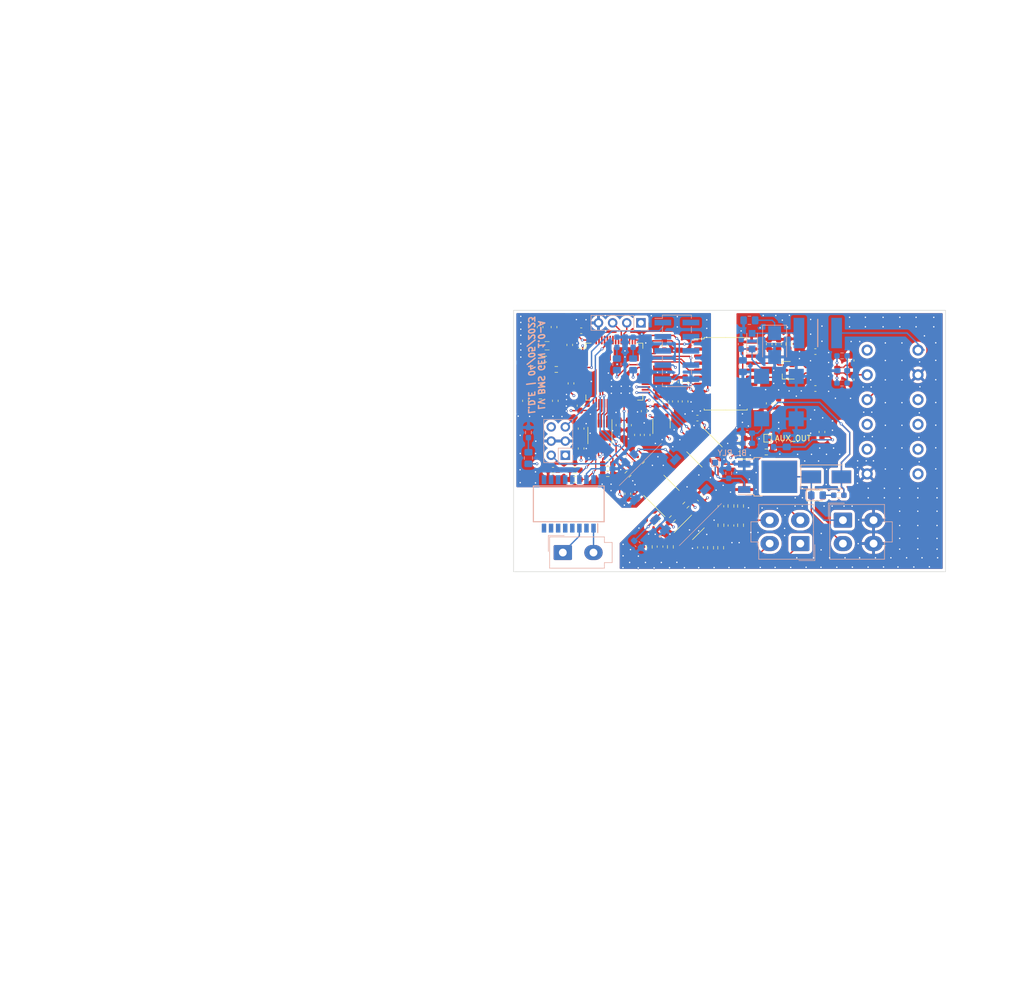
<source format=kicad_pcb>
(kicad_pcb (version 20211014) (generator pcbnew)
  (title_block (title "LV_BMS GEN1.0-A") (date "04/05/2023") (rev "1") (company "Team Swinburne") (comment 1 "Designer: Luke D'Elton"))
  (layers (0 "F.Cu" signal) (1 "In1.Cu" power) (2 "In2.Cu" power) (31 "B.Cu" signal) (34 "B.Paste" user) (35 "F.Paste" user) (36 "B.SilkS" user "B.Silkscreen") (37 "F.SilkS" user "F.Silkscreen") (38 "B.Mask" user) (39 "F.Mask" user) (44 "Edge.Cuts" user))
  (net 0 "")
  (net 1 "/Microcontroller/XTAL_IN")
  (net 2 "GND")
  (net 3 "/Microcontroller/XTAL_OUT")
  (net 4 "/Microcontroller/XTAL32_OUT")
  (net 5 "/Microcontroller/XTAL32_IN")
  (net 6 "/Microcontroller/VCAP_1")
  (net 7 "Net-(C16-Pad1)")
  (net 8 "Net-(C29-Pad1)")
  (net 9 "Net-(C33-Pad1)")
  (net 10 "Net-(C34-Pad1)")
  (net 11 "/CAN1_L")
  (net 12 "/CAN1_H")
  (net 13 "Net-(C37-Pad1)")
  (net 14 "Net-(C38-Pad2)")
  (net 15 "Net-(C39-Pad1)")
  (net 16 "+5V")
  (net 17 "/Current Sense/Input Filter/AIN0")
  (net 18 "/Current Sense/Input Filter/AIN2")
  (net 19 "/Current Sense/Input Filter/AIN1")
  (net 20 "/Current Sense/Input Filter/AIN3")
  (net 21 "Net-(D1-Pad1)")
  (net 22 "Net-(D2-Pad1)")
  (net 23 "/Microcontroller/CAN_RX_IND")
  (net 24 "Net-(D3-Pad1)")
  (net 25 "/Microcontroller/CAN_TX_IND")
  (net 26 "/BLUE_LOOP_RLY")
  (net 27 "Net-(D9-Pad2)")
  (net 28 "/GLV+")
  (net 36 "/Microcontroller/UART_RX")
  (net 37 "/Microcontroller/UART_TX")
  (net 38 "/Microcontroller/BOOT1")
  (net 39 "/Microcontroller/BOOT0")
  (net 40 "/Microcontroller/NRST")
  (net 45 "/Microcontroller/SWDIO")
  (net 46 "/Microcontroller/SWCLK")
  (net 48 "Net-(R5-Pad2)")
  (net 49 "/isoSPI/ISO_SPI_P")
  (net 50 "/isoSPI/ISO_SPI_N")
  (net 51 "Net-(R10-Pad1)")
  (net 52 "Net-(R10-Pad2)")
  (net 53 "/Microcontroller/SCL_(ISO)")
  (net 54 "/Microcontroller/SDA_(ISO)")
  (net 55 "/Current Sense/SCL")
  (net 56 "/Current Sense/SDA")
  (net 57 "/CS1A")
  (net 58 "/CS2A")
  (net 59 "/CS1B")
  (net 60 "/CS2B")
  (net 61 "/IPA")
  (net 63 "/IMA")
  (net 74 "/Microcontroller/PC13_LED")
  (net 82 "/Microcontroller/CS")
  (net 83 "/Microcontroller/SCK")
  (net 84 "/Microcontroller/MISO")
  (net 85 "/Microcontroller/MOSI")
  (net 98 "/CANBUS/CAN1_TX")
  (net 99 "/CANBUS/CAN1_RX")
  (net 111 "/Current Sense/ADDR")
  (net 113 "5V_(ISO)")
  (net 114 "Net-(C21-Pad1)")
  (net 115 "/AUX_OUTPUT")
  (net 116 "Net-(D10-Pad2)")
  (net 117 "/Blue Loop/VOA")
  (net 118 "/Blue Loop/VOB")
  (net 119 "/Blue Loop/AUX_OUTPUT(ISO)")
  (net 120 "3.3V_(ISO)")
  (net 121 "0V_(ISO)")
  (net 122 "/Blue Loop/BLUE_LOOP_RLY(ISO)")
  (net 124 "+24V")
  (net 125 "Net-(C2-Pad1)")
  (net 126 "Net-(C3-Pad1)")
  (footprint "LED_SMD:LED_0805_2012Metric_Pad1.15x1.40mm_HandSolder" (layer "F.Cu") (at 163.564 105.8824)
    (fp_text reference "D10" hide)
    (fp_text value "LED" hide)
  )
  (footprint "Capacitor_SMD:C_0603_1608Metric_Pad1.08x0.95mm_HandSolder" (layer "F.Cu") (at 163.2687 80.0507 180)
    (fp_text reference "C33" hide)
    (fp_text value "100pf" hide)
  )
  (footprint "Resistor_SMD:R_0603_1608Metric_Pad0.98x0.95mm_HandSolder" (layer "F.Cu") (at 149.848 111.2172 90)
    (fp_text reference "R18" hide)
    (fp_text value "100k" hide)
  )
  (footprint "Resistor_SMD:R_0603_1608Metric_Pad0.98x0.95mm_HandSolder" (layer "F.Cu") (at 149.848 107.762 90)
    (fp_text reference "R22" hide)
    (fp_text value "100k" hide)
  )
  (footprint "Package_QFP:LQFP-64_10x10mm_P0.5mm" (layer "F.Cu") (at 127.1912 83.6574)
    (fp_text reference "U1" hide)
    (fp_text value "STM32F446RET7" hide)
  )
  (footprint "Capacitor_SMD:C_0603_1608Metric_Pad1.08x0.95mm_HandSolder" (layer "F.Cu") (at 156.6806 78.7287 90)
    (fp_text reference "C29" hide)
    (fp_text value "0.1uF" hide)
  )
  (footprint "Capacitor_SMD:C_0603_1608Metric_Pad1.08x0.95mm_HandSolder" (layer "F.Cu") (at 136.1574 78.9838 -90)
    (fp_text reference "C7" hide)
    (fp_text value "10.0uF" hide)
  )
  (footprint "BMS_Library:FC135327680KAA5" (layer "F.Cu") (at 115.1208 79.0092)
    (fp_text reference "Y2" hide)
    (fp_text value "FC-135_32.7680KA-A5" hide)
  )
  (footprint "Resistor_SMD:R_0603_1608Metric_Pad0.98x0.95mm_HandSolder" (layer "F.Cu") (at 120.11635 102.9995 180)
    (fp_text reference "R8" hide)
    (fp_text value "50R" hide)
  )
  (footprint "Capacitor_SMD:C_0603_1608Metric_Pad1.08x0.95mm_HandSolder" (layer "F.Cu") (at 146.3174 107.812 -90)
    (fp_text reference "C48" hide)
    (fp_text value "0.1uF" hide)
  )
  (footprint "Resistor_SMD:R_0603_1608Metric_Pad0.98x0.95mm_HandSolder" (layer "F.Cu") (at 133.465 115.1026 90)
    (fp_text reference "R17" hide)
    (fp_text value "100k" hide)
  )
  (footprint "Capacitor_SMD:C_0603_1608Metric_Pad1.08x0.95mm_HandSolder" (layer "F.Cu") (at 121.2293 93.8693 -90)
    (fp_text reference "C40" hide)
    (fp_text value "0.1uF" hide)
  )
  (footprint "Capacitor_SMD:C_0603_1608Metric_Pad1.08x0.95mm_HandSolder" (layer "F.Cu") (at 169.6854 81.6519 90)
    (fp_text reference "C36" hide)
    (fp_text value "100pf" hide)
  )
  (footprint "Capacitor_SMD:C_0603_1608Metric_Pad1.08x0.95mm_HandSolder" (layer "F.Cu") (at 142.6454 115.205 90)
    (fp_text reference "C47" hide)
    (fp_text value "0.1uF" hide)
  )
  (footprint "Package_TO_SOT_SMD:SOT-23" (layer "F.Cu") (at 158.087 83.4034 180)
    (fp_text reference "D6" hide)
    (fp_text value "NUP2105L" hide)
  )
  (footprint "Capacitor_SMD:C_0603_1608Metric_Pad1.08x0.95mm_HandSolder" (layer "F.Cu") (at 113.8708 75.6575 90)
    (fp_text reference "C3" hide)
    (fp_text value "22pF" hide)
  )
  (footprint "Capacitor_SMD:C_0603_1608Metric_Pad1.08x0.95mm_HandSolder" (layer "F.Cu") (at 164.453 94.4778 90)
    (fp_text reference "C49" hide)
    (fp_text value "1.0uF" hide)
  )
  (footprint "Capacitor_SMD:C_0603_1608Metric_Pad1.08x0.95mm_HandSolder" (layer "F.Cu") (at 116.18045 101.3358 180)
    (fp_text reference "C39" hide)
    (fp_text value "0.1uF" hide)
  )
  (footprint "Capacitor_SMD:C_0603_1608Metric_Pad1.08x0.95mm_HandSolder" (layer "F.Cu") (at 119.4188 85.7656 90)
    (fp_text reference "C10" hide)
    (fp_text value "10.0uF" hide)
  )
  (footprint "Capacitor_SMD:C_0603_1608Metric_Pad1.08x0.95mm_HandSolder" (layer "F.Cu") (at 139.8912 88.9949 -90)
    (fp_text reference "C26" hide)
    (fp_text value "0.01uF" hide)
  )
  (footprint "Capacitor_SMD:C_0603_1608Metric_Pad1.08x0.95mm_HandSolder" (layer "F.Cu") (at 133.084 95.0112 -90)
    (fp_text reference "C15" hide)
    (fp_text value "1.0uF" hide)
  )
  (footprint "Capacitor_SMD:C_0603_1608Metric_Pad1.08x0.95mm_HandSolder" (layer "F.Cu") (at 121.2293 97.4428 90)
    (fp_text reference "C41" hide)
    (fp_text value "0.1uF" hide)
  )
  (footprint "Capacitor_SMD:C_0603_1608Metric_Pad1.08x0.95mm_HandSolder" (layer "F.Cu") (at 116.3708 75.6575 90)
    (fp_text reference "C4" hide)
    (fp_text value "22pF" hide)
  )
  (footprint "Resistor_SMD:R_0603_1608Metric_Pad0.98x0.95mm_HandSolder" (layer "F.Cu") (at 114.7833 81.4074)
    (fp_text reference "R29" hide)
    (fp_text value "50mR" hide)
  )
  (footprint "Capacitor_SMD:C_0603_1608Metric_Pad1.08x0.95mm_HandSolder" (layer "F.Cu") (at 129.7312 93.2575 -90)
    (fp_text reference "C12" hide)
    (fp_text value "2.2uF" hide)
  )
  (footprint "Capacitor_SMD:C_0603_1608Metric_Pad1.08x0.95mm_HandSolder" (layer "F.Cu") (at 142.5582 106.4158 -45)
    (fp_text reference "C44" hide)
    (fp_text value "0.1uF" hide)
  )
  (footprint "Capacitor_SMD:C_0603_1608Metric_Pad1.08x0.95mm_HandSolder" (layer "F.Cu") (at 163.2688 86.6801 180)
    (fp_text reference "C34" hide)
    (fp_text value "100pf" hide)
  )
  (footprint "Capacitor_SMD:C_0603_1608Metric_Pad1.08x0.95mm_HandSolder" (layer "F.Cu") (at 156.6806 89.3459 -90)
    (fp_text reference "C31" hide)
    (fp_text value "10uF" hide)
  )
  (footprint "Capacitor_SMD:C_0603_1608Metric_Pad1.08x0.95mm_HandSolder" (layer "F.Cu") (at 154.9788 78.7287 90)
    (fp_text reference "C30" hide)
    (fp_text value "0.01uF" hide)
  )
  (footprint "Capacitor_SMD:C_0603_1608Metric_Pad1.08x0.95mm_HandSolder" (layer "F.Cu") (at 116.5994 88.8887 -90)
    (fp_text reference "C2" hide)
    (fp_text value "22pF" hide)
  )
  (footprint "Capacitor_SMD:C_0603_1608Metric_Pad1.08x0.95mm_HandSolder" (layer "F.Cu") (at 128.0294 93.2575 -90)
    (fp_text reference "C11" hide)
    (fp_text value "2.2uF" hide)
  )
  (footprint "Capacitor_SMD:C_0603_1608Metric_Pad1.08x0.95mm_HandSolder" (layer "F.Cu") (at 149.6448 95.6462 180)
    (fp_text reference "C52" hide)
    (fp_text value "0.1uF" hide)
  )
  (footprint "Resistor_SMD:R_0603_1608Metric_Pad0.98x0.95mm_HandSolder" (layer "F.Cu") (at 137.2496 115.1026 -90)
    (fp_text reference "R16" hide)
    (fp_text value "100k" hide)
  )
  (footprint "Resistor_SMD:R_0603_1608Metric_Pad0.98x0.95mm_HandSolder" (layer "F.Cu") (at 140.028435 107.599365 45)
    (fp_text reference "R14" hide)
    (fp_text value "3.3k" hide)
  )
  (footprint "Capacitor_SMD:C_0603_1608Metric_Pad1.08x0.95mm_HandSolder" (layer "F.Cu") (at 134.93848 110.86108 135)
    (fp_text reference "C43" hide)
    (fp_text value "0.1uF" hide)
  )
  (footprint "Package_TO_SOT_SMD:TO-252-2" (layer "F.Cu") (at 154.6994 102.5296)
    (fp_text reference "Q2" hide)
    (fp_text value "STD7NK40Z" hide)
  )
  (footprint "Resistor_SMD:R_0603_1608Metric_Pad0.98x0.95mm_HandSolder" (layer "F.Cu") (at 137.61013 110.04307 -135)
    (fp_text reference "R15" hide)
    (fp_text value "3.3k" hide)
  )
  (footprint "Capacitor_SMD:C_0603_1608Metric_Pad1.08x0.95mm_HandSolder" (layer "F.Cu") (at 142.101 91.9886)
    (fp_text reference "C51" hide)
    (fp_text value "0.1uF" hide)
  )
  (footprint "Capacitor_SMD:C_0603_1608Metric_Pad1.08x0.95mm_HandSolder" (layer "F.Cu") (at 149.6448 97.4958 180)
    (fp_text reference "C53" hide)
    (fp_text value "10.0uF" hide)
  )
  (footprint "Capacitor_SMD:C_0603_1608Metric_Pad1.08x0.95mm_HandSolder" (layer "F.Cu") (at 129.6042 105.5776 -90)
    (fp_text reference "C42" hide)
    (fp_text value "0.1uF" hide)
  )
  (footprint "Capacitor_SMD:C_0603_1608Metric_Pad1.08x0.95mm_HandSolder" (layer "F.Cu") (at 138.1386 88.9949 -90)
    (fp_text reference "C27" hide)
    (fp_text value "0.1uF" hide)
  )
  (footprint "Resistor_SMD:R_0603_1608Metric_Pad0.98x0.95mm_HandSolder" (layer "F.Cu") (at 113.9324 88.0262 180)
    (fp_text reference "R4" hide)
    (fp_text value "200K" hide)
  )
  (footprint "Capacitor_SMD:C_0603_1608Metric_Pad1.08x0.95mm_HandSolder" (layer "F.Cu") (at 119.1902 78.8568 90)
    (fp_text reference "C5" hide)
    (fp_text value "10.0uF" hide)
  )
  (footprint "Capacitor_SMD:C_0603_1608Metric_Pad1.08x0.95mm_HandSolder" (layer "F.Cu") (at 138.1386 85.5381 90)
    (fp_text reference "C25" hide)
    (fp_text value "0.1uF" hide)
  )
  (footprint "Crystal:ECS-80-18-30-JGN-TR" (layer "F.Cu") (at 113.8147 85.5116)
    (fp_text reference "Y1" hide)
    (fp_text value "ECS-80-18-30-JGN-TR" hide)
  )
  (footprint "Resistor_SMD:R_0603_1608Metric_Pad0.98x0.95mm_HandSolder" (layer "F.Cu") (at 167.47705 105.8316)
    (fp_text reference "R25" hide)
    (fp_text value "1.5k" hide)
  )
  (footprint "Package_SO:SOIC-8_3.9x4.9mm_P1.27mm" (layer "F.Cu") (at 135.6494 105.4252 135)
    (fp_text reference "U7" hide)
    (fp_text value "ISO1540" hide)
  )
  (footprint "Capacitor_SMD:C_0603_1608Metric_Pad1.08x0.95mm_HandSolder" (layer "F.Cu") (at 121.0444 89.7788 90)
    (fp_text reference "C9" hide)
    (fp_text value "10.0uF" hide)
  )
  (footprint "Resistor_SMD:R_0603_1608Metric_Pad0.98x0.95mm_HandSolder" (layer "F.Cu") (at 120.11635 101.3358)
    (fp_text reference "R9" hide)
    (fp_text value "50R" hide)
  )
  (footprint "Resistor_SMD:R_0603_1608Metric_Pad0.98x0.95mm_HandSolder" (layer "F.Cu") (at 126.0119 101.9454)
    (fp_text reference "R11" hide)
    (fp_text value "ERJP06F1000V" hide)
  )
  (footprint "Resistor_SMD:R_0603_1608Metric_Pad0.98x0.95mm_HandSolder" (layer "F.Cu") (at 146.2776 115.255 -90)
    (fp_text reference "R20" hide)
    (fp_text value "100k" hide)
  )
  (footprint "Diode_SMD:D_SMB_Handsoldering" (layer "F.Cu") (at 165.248 102.5296)
    (fp_text reference "D7" hide)
    (fp_text value "SD560BTR" hide)
  )
  (footprint "Resistor_SMD:R_0603_1608Metric_Pad0.98x0.95mm_HandSolder" (layer "F.Cu") (at 132.052835 99.623765 45)
    (fp_text reference "R13" hide)
    (fp_text value "3.3k" hide)
  )
  (footprint "Resistor_SMD:R_0603_1608Metric_Pad0.98x0.95mm_HandSolder" (layer "F.Cu") (at 148.1208 107.762 -90)
    (fp_text reference "R23" hide)
    (fp_text value "100k" hide)
  )
  (footprint "Capacitor_SMD:C_0603_1608Metric_Pad1.08x0.95mm_HandSolder" (layer "F.Cu") (at 111.24 88.8887 -90)
    (fp_text reference "C1" hide)
    (fp_text value "22pF" hide)
  )
  (footprint "Package_SO:VSSOP-10_3x3mm_P0.5mm" (layer "F.Cu") (at 141.1358 111.5974 45)
    (fp_text reference "U8" hide)
    (fp_text value "ADS1115" hide)
  )
  (footprint "Package_SO:MSOP-16_3x4.039mm_P0.5mm" (layer "F.Cu") (at 124.6004 95.1128 -90)
    (fp_text reference "U6" hide)
    (fp_text value "LTC6820" hide)
  )
  (footprint "Package_SO:SOIC-20W_7.5x12.8mm_P1.27mm" (layer "F.Cu") (at 147.181 84.0384)
    (fp_text reference "U4" hide)
    (fp_text value "ADM3053" hide)
  )
  (footprint "Resistor_SMD:R_0603_1608Metric_Pad0.98x0.95mm_HandSolder" (layer "F.Cu") (at 116.7772 83.251 180)
    (fp_text reference "R28" hide)
    (fp_text value "50mR" hide)
  )
  (footprint "Capacitor_SMD:C_0603_1608Metric_Pad1.08x0.95mm_HandSolder" (layer "F.Cu") (at 134.7096 89.0168 90)
    (fp_text reference "C18" hide)
    (fp_text value "100.0nF" hide)
  )
  (footprint "Capacitor_SMD:C_0603_1608Metric_Pad1.08x0.95mm_HandSolder" (layer "F.Cu") (at 136.4216 89.0179 90)
    (fp_text reference "C19" hide)
    (fp_text value "1.0uF" hide)
  )
  (footprint "Resistor_SMD:R_0603_1608Metric_Pad0.98x0.95mm_HandSolder" (layer "F.Cu") (at 158.5094 78.6787 -90)
    (fp_text reference "R5" hide)
    (fp_text value "0R" hide)
  )
  (footprint "TestPoint:TestPoint_Pad_1.0x1.0mm" (layer "F.Cu") (at 154.7248 95.5954)
    (fp_text reference "AUX_OUT")
    (fp_text value "AUX_OUT" hide)
  )
  (footprint "Capacitor_SMD:C_0603_1608Metric_Pad1.08x0.95mm_HandSolder" (layer "F.Cu") (at 169.6854 85.0889 -90)
    (fp_text reference "C35" hide)
    (fp_text value "100pf" hide)
  )
  (footprint "Resistor_SMD:R_0603_1608Metric_Pad0.98x0.95mm_HandSolder" (layer "F.Cu") (at 146.3174 111.2172 -90)
    (fp_text reference "R19" hide)
    (fp_text value "100k" hide)
  )
  (footprint "Resistor_SMD:R_0603_1608Metric_Pad0.98x0.95mm_HandSolder" (layer "F.Cu") (at 129.644765 102.057235 -135)
    (fp_text reference "R12" hide)
    (fp_text value "3.3k" hide)
  )
  (footprint "Capacitor_SMD:C_0603_1608Metric_Pad1.08x0.95mm_HandSolder" (layer "F.Cu") (at 154.9788 89.3459 -90)
    (fp_text reference "C32" hide)
    (fp_text value "0.1uF" hide)
  )
  (footprint "Inductor_THT:B82786C0104H002" (layer "F.Cu") (at 164.1312 82.9034)
    (fp_text reference "U5" hide)
    (fp_text value "B82786C0104H002" hide)
  )
  (footprint "BMS_Library:DT12-PCB PIN" (layer "F.Cu") (at 177.1276 90.8964 180)
    (fp_text reference "J1" hide)
    (fp_text value "DT 12P" hide)
  )
  (footprint "Capacitor_SMD:C_0603_1608Metric_Pad1.08x0.95mm_HandSolder" (layer "F.Cu") (at 148.1208 111.2672 -90)
    (fp_text reference "C46" hide)
    (fp_text value "0.1uF" hide)
  )
  (footprint "Package_TO_SOT_SMD:SOT-23-5" (layer "F.Cu") (at 135.6596 92.9792 90)
    (fp_text reference "U2" hide)
    (fp_text value "TLV70033_SOT23-5" hide)
  )
  (footprint "Package_SO:SOIC-8_3.9x4.9mm_P1.27mm" (layer "F.Cu") (at 143.371 97.602 -45)
    (fp_text reference "U9" hide)
    (fp_text value "ADUM3221" hide)
  )
  (footprint "Resistor_SMD:R_0603_1608Metric_Pad0.98x0.95mm_HandSolder" (layer "F.Cu") (at 126.0119 100.1928 180)
    (fp_text reference "R10" hide)
    (fp_text value "ERJP06F1000V" hide)
  )
  (footprint "Capacitor_SMD:C_0603_1608Metric_Pad1.08x0.95mm_HandSolder" (layer "F.Cu") (at 135.3954 115.0526 90)
    (fp_text reference "C45" hide)
    (fp_text value "0.1uF" hide)
  )
  (footprint "Resistor_SMD:R_0603_1608Metric_Pad0.98x0.95mm_HandSolder" (layer "F.Cu") (at 144.4632 115.255 90)
    (fp_text reference "R21" hide)
    (fp_text value "100k" hide)
  )
  (footprint "Capacitor_SMD:C_0603_1608Metric_Pad1.08x0.95mm_HandSolder" (layer "F.Cu") (at 121.2476 76.3168)
    (fp_text reference "C6" hide)
    (fp_text value "10.0uF" hide)
  )
  (footprint "Resistor_SMD:R_0603_1608Metric_Pad0.98x0.95mm_HandSolder" (layer "F.Cu") (at 154.4708 98.0592 180)
    (fp_text reference "R24" hide)
    (fp_text value "20.0K" hide)
  )
  (footprint "Capacitor_SMD:C_0603_1608Metric_Pad1.08x0.95mm_HandSolder" (layer "F.Cu") (at 132.5506 90.744 -90)
    (fp_text reference "C8" hide)
    (fp_text value "10.0uF" hide)
  )
  (footprint "Capacitor_SMD:C_0603_1608Metric_Pad1.08x0.95mm_HandSolder" (layer "F.Cu") (at 139.8912 85.5381 90)
    (fp_text reference "C28" hide)
    (fp_text value "10uF" hide)
  )
  (footprint "Capacitor_SMD:C_0603_1608Metric_Pad1.08x0.95mm_HandSolder" (layer "F.Cu") (at 131.3416 95.0112 -90)
    (fp_text reference "C14" hide)
    (fp_text value "100.0nF" hide)
  )
  (footprint "Capacitor_SMD:C_0603_1608Metric_Pad1.08x0.95mm_HandSolder" (layer "B.Cu") (at 155.7662 96.3038 90)
    (fp_text reference "C50" hide)
    (fp_text value "100.0nF" hide)
  )
  (footprint "Diode_SMD:D_SMB" (layer "B.Cu") (at 155.9576 78.8732 -90)
    (fp_text reference "D4" hide)
    (fp_text value "SM6T36CAY" hide)
  )
  (footprint "BMS_Library:SOIC127P940X597-16N" (layer "B.Cu") (at 119.0124 107.381 90)
    (fp_text reference "T1" hide)
    (fp_text value "HX1188NL" hide)
  )
  (footprint "Capacitor_SMD:C_0805_2012Metric_Pad1.18x1.45mm_HandSolder" (layer "B.Cu") (at 150.2544 82.6668 -90)
    (fp_text reference "C20" hide)
    (fp_text value "220uF (POL)" hide)
  )
  (footprint "Connector_PinHeader_2.54mm:PinHeader_1x04_P2.54mm_Vertical" (layer "B.Cu") (at 131.9664 74.8944 90)
    (fp_text reference "J2" hide)
    (fp_text value "UART")
  )
  (footprint "Capacitor_SMD:C_0805_2012Metric_Pad1.18x1.45mm_HandSolder" (layer "B.Cu") (at 127.6484 82.3366 -90)
    (fp_text reference "D2" hide)
    (fp_text value "RED LED")
  )
  (footprint "Resistor_SMD:R_0603_1608Metric_Pad0.98x0.95mm_HandSolder" (layer "B.Cu") (at 127.6484 78.3742 -90)
    (fp_text reference "R2" hide)
    (fp_text value "680R" hide)
  )
  (footprint "Capacitor_SMD:C_0603_1608Metric_Pad1.08x0.95mm_HandSolder" (layer "B.Cu") (at 149.9496 78.7115 90)
    (fp_text reference "C21" hide)
    (fp_text value "100.0nF" hide)
  )
  (footprint "Resistor_SMD:R_0603_1608Metric_Pad0.98x0.95mm_HandSolder" (layer "B.Cu") (at 147.7144 101.8946 -90)
    (fp_text reference "R26" hide)
    (fp_text value "20.0K" hide)
  )
  (footprint "Resistor_SMD:R_0603_1608Metric_Pad0.98x0.95mm_HandSolder" (layer "B.Cu") (at 167.47705 105.8316)
    (fp_text reference "R27" hide)
    (fp_text value "1.5k" hide)
  )
  (footprint "LED_SMD:LED_0805_2012Metric_Pad1.15x1.40mm_HandSolder" (layer "B.Cu") (at 163.56685 105.8316)
    (fp_text reference "D9" hide)
    (fp_text value "LED" hide)
  )
  (footprint "Capacitor_SMD:C_0805_2012Metric_Pad1.18x1.45mm_HandSolder" (layer "B.Cu") (at 129.9852 99.2022 -135)
    (fp_text reference "C17" hide)
    (fp_text value "22.0uF" hide)
  )
  (footprint "Capacitor_SMD:C_0603_1608Metric_Pad1.08x0.95mm_HandSolder" (layer "B.Cu") (at 151.0418 96.5098 180)
    (fp_text reference "C23" hide)
    (fp_text value "100.0nF" hide)
  )
  (footprint "Resistor_SMD:R_0603_1608Metric_Pad0.98x0.95mm_HandSolder" (layer "B.Cu") (at 168.0579 85.69965)
    (fp_text reference "R7" hide)
    (fp_text value "56R" hide)
  )
  (footprint "Diode_SMD:D_SMB_Handsoldering" (layer "B.Cu") (at 165.248 102.5296)
    (fp_text reference "D8" hide)
    (fp_text value "SD560BTR" hide)
  )
  (footprint "TestPoint:TestPoint_Pad_1.0x1.0mm" (layer "B.Cu") (at 145.3014 99.9642 180)
    (fp_text reference "BL_RLY")
    (fp_text value "BL_RLY" hide)
  )
  (footprint "Capacitor_SMD:C_0805_2012Metric_Pad1.18x1.45mm_HandSolder" (layer "B.Cu") (at 130.5654 82.3366 -90)
    (fp_text reference "D3" hide)
    (fp_text value "RED LED")
  )
  (footprint "Resistor_SMD:R_0603_1608Metric_Pad0.98x0.95mm_HandSolder" (layer "B.Cu") (at 130.5654 78.3742 -90)
    (fp_text reference "R3" hide)
    (fp_text value "680R" hide)
  )
  (footprint "Capacitor_SMD:C_0805_2012Metric_Pad1.18x1.45mm_HandSolder" (layer "B.Cu") (at 111.7734 99.1553 -90)
    (fp_text reference "D1" hide)
    (fp_text value "RED LED" hide)
  )
  (footprint "Capacitor_SMD:C_0603_1608Metric_Pad1.08x0.95mm_HandSolder" (layer "B.Cu") (at 168.1117 83.4796 180)
    (fp_text reference "C37" hide)
    (fp_text value "22pf" hide)
  )
  (footprint "Capacitor_SMD:C_0603_1608Metric_Pad1.08x0.95mm_HandSolder" (layer "B.Cu") (at 125.9974 101.0818 180)
    (fp_text reference "C38" hide)
    (fp_text value "0.01uF" hide)
  )
  (footprint "Capacitor_SMD:C_0805_2012Metric_Pad1.18x1.45mm_HandSolder" (layer "B.Cu") (at 158.1284 96.1288 90)
    (fp_text reference "C24" hide)
    (fp_text value "22.0uF" hide)
  )
  (footprint "Resistor_SMD:R_0603_1608Metric_Pad0.98x0.95mm_HandSolder" (layer "B.Cu") (at 111.7734 94.5833 -90)
    (fp_text reference "R1" hide)
    (fp_text value "680R" hide)
  )
  (footprint "Connector_Molex:Molex_Mini-Fit_Jr_5566-04A_2x02_P4.20mm_Vertical" (layer "B.Cu") (at 168.2134 110.3047 -90)
    (fp_text reference "J7" hide)
    (fp_text value "Conn_02x02_Counter_Clockwise" hide)
  )
  (footprint "BMS_Library:WE-SL575" (layer "B.Cu") (at 156.7314 88.3056 -90)
    (fp_text reference "L1" hide)
    (fp_text value "744272121" hide)
  )
  (footprint "Capacitor_SMD:C_0805_2012Metric_Pad1.18x1.45mm_HandSolder" (layer "B.Cu") (at 151.4296 74.4372 180)
    (fp_text reference "C16" hide)
    (fp_text value "100.0nF" hide)
  )
  (footprint "BMS_Library:R2S0505HP" (layer "B.Cu") (at 137.243088 105.711113 135)
    (fp_text reference "PS1" hide)
    (fp_text value "R2S-0505_HP" hide)
  )
  (footprint "Connector_PinSocket_2.54mm:PinSocket_2x03_P2.54mm_Vertical" (layer "B.Cu") (at 118.3974 98.6538)
    (fp_text reference "J3" hide)
    (fp_text value "BOOT1")
  )
  (footprint "BMS_Library:FUSC7451X170N" (layer "B.Cu") (at 163.6978 76.7232 180)
    (fp_text reference "F1" hide)
    (fp_text value "0ZCF0100AF2A" hide)
  )
  (footprint "Connector_Molex:Molex_Mini-Fit_Jr_5566-02A_2x01_P4.20mm_Vertical" (layer "B.Cu") (at 117.9468 116.1186 -90)
    (fp_text reference "J5" hide)
    (fp_text value "Conn_01x02_Male" hide)
  )
  (footprint "Connector_Molex:Molex_Mini-Fit_Jr_5566-04A_2x02_P4.20mm_Vertical" (layer "B.Cu") (at 160.5656 114.5047 90)
    (fp_text reference "J6" hide)
    (fp_text value "Conn_02x02_Counter_Clockwise" hide)
  )
  (footprint "Resistor_SMD:R_0603_1608Metric_Pad0.98x0.95mm_HandSolder" (layer "B.Cu") (at 168.0628 80.8126 180)
    (fp_text reference "R6" hide)
    (fp_text value "56R" hide)
  )
  (footprint "Capacitor_SMD:C_0603_1608Metric_Pad1.08x0.95mm_HandSolder" (layer "B.Cu") (at 151.0418 94.681 180)
    (fp_text reference "C22" hide)
    (fp_text value "10.0uF" hide)
  )
  (footprint "Diode_SMD:Nexperia_CFP3_SOD-123W" (layer "B.Cu") (at 151.9122 78.174 90)
    (fp_text reference "D5" hide)
    (fp_text value "PMEG10010ELR" hide)
  )
  (footprint "Package_TO_SOT_SMD:TO-252-2" (layer "B.Cu") (at 154.6994 102.5296)
    (fp_text reference "Q1" hide)
    (fp_text value "STD7NK40Z" hide)
  )
  (footprint "Capacitor_SMD:C_0603_1608Metric_Pad1.08x0.95mm_HandSolder" (layer "B.Cu") (at 131.3568 114.62 -45)
    (fp_text reference "C13" hide)
    (fp_text value "100.0nF" hide)
  )
  (footprint "Connector_PinSocket_2.54mm:PinSocket_2x05_P2.54mm_Vertical_SMD" (layer "B.Cu") (at 138.418 79.9236 180)
    (fp_text reference "J4" hide)
    (fp_text value "STLINK")
  )
  (gr_rect (start 186.6272 119.5603) (end 109.1064 72.6465) (layer "Edge.Cuts") (width 0.1) (fill none))
  (gr_text "LV BMS GEN 1.0-A\nL.D.E | 04/05/2023" (at 113.1958 82.5398 270) (layer "B.SilkS") (effects (font (size 1.1 1.1) (thickness 0.26) italic) (justify mirror)))
  (segment (start 121.5162 81.9074) (end 119.440204 81.9074) (width 0.25) (layer "F.Cu") (net 1))
  (segment (start 111.24 87.4166) (end 111.24 88.0262) (width 0.25) (layer "F.Cu") (net 1))
  (segment (start 116.8026 82.3112) (end 117.2024 81.9114) (width 0.25) (layer "F.Cu") (net 1))
  (segment (start 117.2024 81.9114) (end 119.440204 81.9114) (width 0.25) (layer "F.Cu") (net 1))
  (segment (start 113.5768 82.3112) (end 116.8026 82.3112) (width 0.25) (layer "F.Cu") (net 1))
  (segment (start 111.24 88.0262) (end 113.0199 88.0262) (width 0.25) (layer "F.Cu") (net 1))
  (segment (start 111.7647 85.5116) (end 111.7647 86.8919) (width 0.25) (layer "F.Cu") (net 1))
  (segment (start 111.7554 84.1326) (end 113.5768 82.3112) (width 0.25) (layer "F.Cu") (net 1))
  (segment (start 111.7554 85.664) (end 111.7554 84.1326) (width 0.25) (layer "F.Cu") (net 1))
  (segment (start 111.7647 86.8919) (end 111.24 87.4166) (width 0.25) (layer "F.Cu") (net 1))
  (segment (start 147.1529 110.3047) (end 146.3174 110.3047) (width 0.25) (layer "F.Cu") (net 2))
  (segment (start 148.1208 110.4047) (end 147.2583 110.4047) (width 0.25) (layer "F.Cu") (net 2))
  (segment (start 147.2583 110.4047) (end 147.1556 110.302) (width 0.25) (layer "F.Cu") (net 2))
  (segment (start 147.1556 110.302) (end 147.1529 110.3047) (width 0.25) (layer "F.Cu") (net 2))
  (segment (start 140.6786 112.0546) (end 139.580165 113.153035) (width 0.25) (layer "F.Cu") (net 2))
  (segment (start 145.0955 110.3047) (end 146.3174 110.3047) (width 0.25) (layer "F.Cu") (net 2))
  (via (at 181.852 95.443) (size 0.5) (drill 0.25) (layers "F.Cu" "B.Cu") (net 2))
  (via (at 184.8746 93.2586) (size 0.5) (drill 0.25) (layers "F.Cu" "B.Cu") (net 2))
  (via (at 162.421 92.2172) (size 0.5) (drill 0.25) (layers "F.Cu" "B.Cu") (net 2))
  (via (at 175.8322 101.1326) (size 0.5) (drill 0.25) (layers "F.Cu" "B.Cu") (net 2))
  (via (at 184.8746 81.6254) (size 0.5) (drill 0.25) (layers "F.Cu" "B.Cu") (net 2))
  (via (at 140.2468 104.333) (size 0.5) (drill 0.25) (layers "F.Cu" "B.Cu") (net 2))
  (via (at 172.0476 95.316) (size 0.5) (drill 0.25) (layers "F.Cu" "B.Cu") (net 2))
  (via (at 175.4258 73.9038) (size 0.5) (drill 0.25) (layers "F.Cu" "B.Cu") (net 2))
  (via (at 185.1032 104.587) (size 0.5) (drill 0.25) (layers "F.Cu" "B.Cu") (net 2))
  (via (at 156.6806 93.8682) (size 0.5) (drill 0.25) (layers "F.Cu" "B.Cu") (net 2))
  (via (at 152.9722 112.5118) (size 0.5) (drill 0.25) (layers "F.Cu" "B.Cu") (net 2))
  (via (at 151.4482 102.936) (size 0.5) (drill 0.25) (layers "F.Cu" "B.Cu") (net 2))
  (via (at 184.8746 101.1072) (size 0.5) (drill 0.25) (layers "F.Cu" "B.Cu") (net 2))
  (via (at 163.8434 99.6848) (size 0.5) (drill 0.25) (layers "F.Cu" "B.Cu") (net 2))
  (via (at 185.1032 108.7018) (size 0.5) (drill 0.25) (layers "F.Cu" "B.Cu") (net 2))
  (via (at 178.3976 115.509) (size 0.5) (drill 0.25) (layers "F.Cu" "B.Cu") (net 2))
  (via (at 142.3296 118.8364) (size 0.5) (drill 0.25) (layers "F.Cu" "B.Cu") (net 2))
  (via (at 146.8762 99.3546) (size 0.5) (drill 0.25) (layers "F.Cu" "B.Cu") (net 2))
  (via (at 150.61 118.811) (size 0.5) (drill 0.25) (layers "F.Cu" "B.Cu") (net 2))
  (via (at 179.6422 117.0584) (size 0.5) (drill 0.25) (layers "F.Cu" "B.Cu") (net 2))
  (via (at 169.8632 107.7874) (size 0.5) (drill 0.25) (layers "F.Cu" "B.Cu") (net 2))
  (via (at 151.245 93.411) (size 0.5) (drill 0.25) (layers "F.Cu" "B.Cu") (net 2))
  (via (at 184.8746 97.3226) (size 0.5) (drill 0.25) (layers "F.Cu" "B.Cu") (net 2))
  (via (at 178.3976 108.7018) (size 0.5) (drill 0.25) (layers "F.Cu" "B.Cu") (net 2))
  (via (at 145.4538 104.9172) (size 0.5) (drill 0.25) (layers "F.Cu" "B.Cu") (net 2))
  (via (at 135.624 117.8966) (size 0.5) (drill 0.25) (layers "F.Cu" "B.Cu") (net 2))
  (via (at 131.5092 116.7536) (size 0.5) (drill 0.25) (layers "F.Cu" "B.Cu") (net 2))
  (via (at 164.834 107.7874) (size 0.5) (drill 0.25) (layers "F.Cu" "B.Cu") (net 2))
  (via (at 184.8746 85.1052) (size 0.5) (drill 0.25) (layers "F.Cu" "B.Cu") (net 2))
  (via (at 160.4144 81.3206) (size 0.5) (drill 0.25) (layers "F.Cu" "B.Cu") (net 2))
  (via (at 160.9224 107.7874) (size 0.5) (drill 0.25) (layers "F.Cu" "B.Cu") (net 2))
  (via (at 128.766 116.7028) (size 0.5) (drill 0.25) (layers "F.Cu" "B.Cu") (net 2))
  (via (at 160.9478 104.587) (size 0.5) (drill 0.25) (layers "F.Cu" "B.Cu") (net 2))
  (via (at 151.6768 112.5118) (size 0.5) (drill 0.25) (layers "F.Cu" "B.Cu") (net 2))
  (via (at 166.3326 94.173) (size 0.5) (drill 0.25) (layers "F.Cu" "B.Cu") (net 2))
  (via (at 175.8322 97.348) (size 0.5) (drill 0.25) (layers "F.Cu" "B.Cu") (net 2))
  (via (at 169.6854 78.2472) (size 0.5) (drill 0.25) (layers "F.Cu" "B.Cu") (net 2))
  (via (at 129.9344 117.8966) (size 0.5) (drill 0.25) (layers "F.Cu" "B.Cu") (net 2))
  (via (at 161.6082 118.7602) (size 0.5) (drill 0.25) (layers "F.Cu" "B.Cu") (net 2))
  (via (at 150.1782 92.7506) (size 0.5) (drill 0.25) (layers "F.Cu" "B.Cu") (net 2))
  (via (at 158.611 73.5482) (size 0.5) (drill 0.25) (layers "F.Cu" "B.Cu") (net 2))
  (via (at 175.6544 106.2888) (size 0.5) (drill 0.25) (layers "F.Cu" "B.Cu") (net 2))
  (via (at 171.2094 117.0584) (size 0.5) (drill 0.25) (layers "F.Cu" "B.Cu") (net 2))
  (via (at 180.9376 118.7094) (size 0.5) (drill 0.25) (layers "F.Cu" "B.Cu") (net 2))
  (via (at 178.804 89.22) (size 0.5) (drill 0.25) (layers "F.Cu" "B.Cu") (net 2))
  (via (at 178.423 75.6056) (size 0.5) (drill 0.25) (layers "F.Cu" "B.Cu") (net 2))
  (via (at 156.1726 73.5736) (size 0.5) (drill 0.25) (layers "F.Cu" "B.Cu") (net 2))
  (via (at 169.5838 88.4326) (size 0.5) (drill 0.25) (layers "F.Cu" "B.Cu") (net 2))
  (via (at 138.418 117.8712) (size 0.5) (drill 0.25) (layers "F.Cu" "B.Cu") (net 2))
  (via (at 178.423 73.9038) (size 0.5) (drill 0.25) (layers "F.Cu" "B.Cu") (net 2))
  (via (at 134.3286 118.8618) (size 0.5) (drill 0.25) (layers "F.Cu" "B.Cu") (net 2))
  (via (at 147.7652 118.811) (size 0.5) (drill 0.25) (layers "F.Cu" "B.Cu") (net 2))
  (via (at 151.2704 108.0922) (size 0.5) (drill 0.25) (layers "F.Cu" "B.Cu") (net 2))
  (via (at 166.5358 97.3734) (size 0.5) (drill 0.25) (layers "F.Cu" "B.Cu") (net 2))
  (via (at 155.7916 83.4034) (size 0.5) (drill 0.25) (layers "F.Cu" "B.Cu") (net 2))
  (via (at 134.5318 112.842) (size 0.5) (drill 0.25) (layers "F.Cu" "B.Cu") (net 2))
  (via (at 162.421 94.7064) (size 0.5) (drill 0.25) (layers "F.Cu" "B.Cu") (net 2))
  (via (at 146.7238 104.0536) (size 0.5) (drill 0.25) (layers "F.Cu" "B.Cu") (net 2))
  (via (at 156.0456 118.7856) (size 0.5) (drill 0.25) (layers "F.Cu" "B.Cu") (net 2))
  (via (at 147.5366 96.5352) (size 0.5) (drill 0.25) (layers "F.Cu" "B.Cu") (net 2))
  (via (at 178.804 85.1306) (size 0.5) (drill 0.25) (layers "F.Cu" "B.Cu") (net 2))
  (via (at 160.7446 87.1118) (size 0.5) (drill 0.25) (layers "F.Cu" "B.Cu") (net 2))
  (via (at 157.341 74.4118) (size 0.5) (drill 0.25) (layers "F.Cu" "B.Cu") (net 2))
  (via (at 181.6488 115.509) (size 0.5) (drill 0.25) (layers "F.Cu" "B.Cu") (net 2))
  (via (at 164.58 91.9378) (size 0.5) (drill 0.25) (layers "F.Cu" "B.Cu") (net 2))
  (via (at 143.7774 112.8674) (size 0.5) (drill 0.25) (layers "F.Cu" "B.Cu") (net 2))
  (via (at 150.1782 91.2266) (size 0.5) (drill 0.25) (layers "F.Cu" "B.Cu") (net 2))
  (via (at 167.12 118.7602) (size 0.5) (drill 0.25) (layers "F.Cu" "B.Cu") (net 2))
  (via (at 181.6742 104.587) (size 0.5) (drill 0.25) (layers "F.Cu" "B.Cu") (net 2))
  (via (at 170.8284 102.1232) (size 0.5) (drill 0.25) (layers "F.Cu" "B.Cu") (net 2))
  (via (at 162.421 74.2848) (size 0.5) (drill 0.25) (layers "F.Cu" "B.Cu") (net 2))
  (via (at 181.979 81.9048) (size 0.5) (drill 0.25) (layers "F.Cu" "B.Cu") (net 2))
  (via (at 142.3296 112.2324) (size 0.5) (drill 0.25) (layers "F.Cu" "B.Cu") (net 2))
  (via (at 182.4108 117.0584) (size 0.5) (drill 0.25) (layers "F.Cu" "B.Cu") (net 2))
  (via (at 178.3976 106.2888) (size 0.5) (drill 0.25) (layers "F.Cu" "B.Cu") (net 2))
  (via (at 137.1734 112.8166) (size 0.5) (drill 0.25) (layers "F.Cu" "B.Cu") (net 2))
  (via (at 178.0928 118.7094) (size 0.5) (drill 0.25) (layers "F.Cu" "B.Cu") (net 2))
  (via (at 156.452 108.1684) (size 0.5) (drill 0.25) (layers "F.Cu" "B.Cu") (net 2))
  (via (at 181.344 75.6056) (size 0.5) (drill 0.25) (layers "F.Cu" "B.Cu") (net 2))
  (via (at 149.1368 93.7412) (size 0.5) (drill 0.25) (layers "F.Cu" "B.Cu") (net 2))
  (via (at 185.1032 113.5786) (size 0.5) (drill 0.25) (layers "F.Cu" "B.Cu") (net 2))
  (via (at 173.6986 99.6594) (size 0.5) (drill 0.25) (layers "F.Cu" "B.Cu") (net 2))
  (via (at 164.2752 118.7602) (size 0.5) (drill 0.25) (layers "F.Cu" "B.Cu") (net 2))
  (via (at 165.2658 98.491) (size 0.5) (drill 0.25) (layers "F.Cu" "B.Cu") (net 2))
  (via (at 145.0955 110.3047) (size 0.5) (drill 0.25) (layers "F.Cu" "B.Cu") (net 2))
  (via (at 137.0972 118.8364) (size 0.5) (drill 0.25) (layers "F.Cu" "B.Cu") (net 2))
  (via (at 155.7916 85.7656) (size 0.5) (drill 0.25) (layers "F.Cu" "B.Cu") (net 2))
  (via (at 170.8284 103.6726) (size 0.5) (drill 0.25) (layers "F.Cu" "B.Cu") (net 2))
  (via (at 178.804 81.6508) (size 0.5) (drill 0.25) (layers "F.Cu" "B.Cu") (net 2))
  (via (at 175.8322 81.6508) (size 0.5) (drill 0.25) (layers "F.Cu" "B.Cu") (net 2))
  (via (at 153.912 73.5736) (size 0.5) (drill 0.25) (layers "F.Cu" "B.Cu") (net 2))
  (via (at 165.2912 101.1834) (size 0.5) (drill 0.25) (layers "F.Cu" "B.Cu") (net 2))
  (via (at 149.594 114.3406) (size 0.5) (drill 0.25) (layers "F.Cu" "B.Cu") (net 2))
  (via (at 162.5734 98.491) (size 0.5) (drill 0.25) (layers "F.Cu" "B.Cu") (net 2))
  (via (at 175.8322 89.22) (size 0.5) (drill 0.25) (layers "F.Cu" "B.Cu") (net 2))
  (via (at 165.8246 117.0584) (size 0.5) (drill 0.25) (layers "F.Cu" "B.Cu") (net 2))
  (via (at 173.2922 86.4006) (size 0.5) (drill 0.25) (layers "F.Cu" "B.Cu") (net 2))
  (via (at 159.9318 117.0584) (size 0.5) (drill 0.25) (layers "F.Cu" "B.Cu") (net 2))
  (via (at 185.1032 106.2888) (size 0.5) (drill 0.25) (layers "F.Cu" "B.Cu") (net 2))
  (via (at 159.6524 106.2888) (size 0.5) (drill 0.25) (layers "F.Cu" "B.Cu") (net 2))
  (via (at 181.6488 113.5786) (size 0.5) (drill 0.25) (layers "F.Cu" "B.Cu") (net 2))
  (via (at 178.3976 104.587) (size 0.5) (drill 0.25) (layers "F.Cu" "B.Cu") (net 2))
  (via (at 176.8228 117.0584) (size 0.5) (drill 0.25) (layers "F.Cu" "B.Cu") (net 2))
  (via (at 175.4258 75.6056) (size 0.5) (drill 0.25) (layers "F.Cu" "B.Cu") (net 2))
  (via (at 149.9496 76.3422) (size 0.5) (drill 0.25) (layers "F.Cu" "B.Cu") (net 2))
  (via (at 181.344 73.9038) (size 0.5) (drill 0.25) (layers "F.Cu" "B.Cu") (net 2))
  (via (at 160.0842 98.491) (size 0.5) (drill 0.25) (layers "F.Cu" "B.Cu") (net 2))
  (via (at 183.7316 118.684) (size 0.5) (drill 0.25) (layers "F.Cu" "B.Cu") (net 2))
  (via (at 141.212 115.3566) (size 0.5) (drill 0.25) (layers "F.Cu" "B.Cu") (net 2))
  (via (at 133.338 112.7912) (size 0.5) (drill 0.25) (layers "F.Cu" "B.Cu") (net 2))
  (via (at 160.9478 106.2888) (size 0.5) (drill 0.25) (layers "F.Cu" "B.Cu") (net 2))
  (via (at 181.6488 106.2888) (size 0.5) (drill 0.25) (layers "F.Cu" "B.Cu") (net 2))
  (via (at 128.7406 118.811) (size 0.5) (drill 0.25) (layers "F.Cu" "B.Cu") (net 2))
  (via (at 175.8322 85.1306) (size 0.5) (drill 0.25) (layers "F.Cu" "B.Cu") (net 2))
  (via (at 168.4154 107.7874) (size 0.5) (drill 0.25) (layers "F.Cu" "B.Cu") (net 2))
  (via (at 139.7642 118.8364) (size 0.5) (drill 0.25) (layers "F.Cu" "B.Cu") (net 2))
  (via (at 178.3976 111.2672) (size 0.5) (drill 0.25) (layers "F.Cu" "B.Cu") (net 2))
  (via (at 159.627 107.7874) (size 0.5) (drill 0.25) (layers "F.Cu" "B.Cu") (net 2))
  (via (at 156.6806 86.934) (size 0.5) (drill 0.25) (layers "F.Cu" "B.Cu") (net 2))
  (via (at 166.2818 107.7874) (size 0.5) (drill 0.25) (layers "F.Cu" "B.Cu") (net 2))
  (via (at 164.3006 115.636) (size 0.5) (drill 0.25) (layers "F.Cu" "B.Cu") (net 2))
  (via (at 181.6488 108.7018) (size 0.5) (drill 0.25) (layers "F.Cu" "B.Cu") (net 2))
  (via (at 169.406 73.9038) (size 0.5) (drill 0.25) (layers "F.Cu" "B.Cu") (net 2))
  (via (at 156.8838 98.4402) (size 0.5) (drill 0.25) (layers "F.Cu" "B.Cu") (net 2))
  (via (at 165.6468 82.0064) (size 0.5) (drill 0.25) (layers "F.Cu" "B.Cu") (net 2))
  (via (at 164.0466 97.3734) (size 0.5) (drill 0.25) (layers "F.Cu" "B.Cu") (net 2))
  (via (at 167.628 98.491) (size 0.5) (drill 0.25) (layers "F.Cu" "B.Cu") (net 2))
  (via (at 153.3786 118.7856) (size 0.5) (drill 0.25) (layers "F.Cu" "B.Cu") (net 2))
  (via (at 158.2554 75.6564) (size 0.5) (drill 0.25) (layers "F.Cu" "B.Cu") (net 2))
  (via (at 173.4954 95.316) (size 0.5) (drill 0.25) (layers "F.Cu" "B.Cu") (net 2))
  (via (at 181.9282 91.0488) (size 0.5) (drill 0.25) (layers "F.Cu" "B.Cu") (net 2))
  (via (at 181.909803 99.837067) (size 0.5) (drill 0.25) (layers "F.Cu" "B.Cu") (net 2))
  (via (at 170.9554 114.5184) (size 0.5) (drill 0.25) (layers "F.Cu" "B.Cu") (net 2))
  (via (at 175.8322 78.5012) (size 0.5) (drill 0.25) (layers "F.Cu" "B.Cu") (net 2))
  (via (at 162.421 85.1306) (size 0.5) (drill 0.25) (layers "F.Cu" "B.Cu") (net 2))
  (via (at 153.7088 108.1176) (size 0.5) (drill 0.25) (layers "F.Cu" "B.Cu") (net 2))
  (via (at 181.6488 111.2672) (size 0.5) (drill 0.25) (layers "F.Cu" "B.Cu") (net 2))
  (via (at 182.8426 77.2312) (size 0.5) (drill 0.25) (layers "F.Cu" "B.Cu") (net 2))
  (via (at 132.7792 117.8966) (size 0.5) (drill 0.25) (layers "F.Cu" "B.Cu") (net 2))
  (via (at 149.7718 98.745) (size 0.5) (drill 0.25) (layers "F.Cu" "B.Cu") (net 2))
  (via (at 152.642 104.7902) (size 0.5) (drill 0.25) (layers "F.Cu" "B.Cu") (net 2))
  (via (at 171.2348 78.2472) (size 0.5) (drill 0.25) (layers "F.Cu" "B.Cu") (net 2))
  (via (at 185.2048 117.0584) (size 0.5) (drill 0.25) (layers "F.Cu" "B.Cu") (net 2))
  (via (at 172.2508 75.6056) (size 0.5) (drill 0.25) (layers "F.Cu" "B.Cu") (net 2))
  (via (at 172.7588 104.587) (size 0.5) (drill 0.25) (layers "F.Cu" "B.Cu") (net 2))
  (via (at 172.7334 118.7348) (size 0.5) (drill 0.25) (layers "F.Cu" "B.Cu") (net 2))
  (via (at 184.8746 78.4758) (size 0.5) (drill 0.25) (layers "F.Cu" "B.Cu") (net 2))
  (via (at 174.0542 117.0584) (size 0.5) (drill 0.25) (layers "F.Cu" "B.Cu") (net 2))
  (via (at 182.0298 86.3752) (size 0.5) (drill 0.25) (layers "F.Cu" "B.Cu") (net 2))
  (via (at 171.8444 86.4006) (size 0.5) (drill 0.25) (layers "F.Cu" "B.Cu") (net 2))
  (via (at 162.929 117.0584) (size 0.5) (drill 0.25) (layers "F.Cu" "B.Cu") (net 2))
  (via (at 165.6468 80.2284) (size 0.5) (drill 0.25) (layers "F.Cu" "B.Cu") (net 2))
  (via (at 175.502 118.7094) (size 0.5) (drill 0.25) (layers "F.Cu" "B.Cu") (net 2))
  (via (at 144.4378 102.682) (size 0.5) (drill 0.25) (layers "F.Cu" "B.Cu") (net 2))
  (via (at 169.914 118.7348) (size 0.5) (drill 0.25) (layers "F.Cu" "B.Cu") (net 2))
  (via (at 157.7474 113.0706) (size 0.5) (drill 0.25) (layers "F.Cu" "B.Cu") (net 2))
  (via (at 160.0842 95.0874) (size 0.5) (drill 0.25) (layers "F.Cu" "B.Cu") (net 2))
  (via (at 148.2986 114.3406) (size 0.5) (drill 0.25) (layers "F.Cu" "B.Cu") (net 2))
  (via (at 163.1322 90.5408) (size 0.5) (drill 0.25) (layers "F.Cu" "B.Cu") (net 2))
  (via (at 159.8556 88.0516) (size 0.5) (drill 0.25) (layers "F.Cu" "B.Cu") (net 2))
  (via (at 178.804 97.348) (size 0.5) (drill 0.25) (layers "F.Cu" "B.Cu") (net 2))
  (via (at 175.6544 104.587) (size 0.5) (drill 0.25) (layers "F.Cu" "B.Cu") (net 2))
  (via (at 161.3542 99.6848) (size 0.5) (drill 0.25) (layers "F.Cu" "B.Cu") (net 2))
  (via (at 148.0446 105.2728) (size 0.5) (drill 0.25) (layers "F.Cu" "B.Cu") (net 2))
  (via (at 131.4838 118.8618) (size 0.5) (drill 0.25) (layers "F.Cu" "B.Cu") (net 2))
  (via (at 164.453 75.4786) (size 0.5) (drill 0.25) (layers "F.Cu" "B.Cu") (net 2))
  (via (at 178.804 101.1326) (size 0.5) (drill 0.25) (layers "F.Cu" "B.Cu") (net 2))
  (via (at 164.453 78.1964) (size 0.5) (drill 0.25) (layers "F.Cu" "B.Cu") (net 2))
  (via (at 157.8236 109.413) (size 0.5) (drill 0.25) (layers "F.Cu" "B.Cu") (net 2))
  (via (at 178.804 93.284) (size 0.5) (drill 0.25) (layers "F.Cu" "B.Cu") (net 2))
  (via (at 170.8284 100.8278) (size 0.5) (drill 0.25) (layers "F.Cu" "B.Cu") (net 2))
  (via (at 130.0868 115.5852) (size 0.5) (drill 0.25) (layers "F.Cu" "B.Cu") (net 2))
  (via (at 173.3938 90.9218) (size 0.5) (drill 0.25) (layers "F.Cu" "B.Cu") (net 2))
  (via (at 170.8538 99.6594) (size 0.5) (drill 0.25) (layers "F.Cu" "B.Cu") (net 2))
  (via (at 171.0316 110.2512) (size 0.5) (drill 0.25) (layers "F.Cu" "B.Cu") (net 2))
  (via (at 154.3438 86.8832) (size 0.5) (drill 0.25) (layers "F.Cu" "B.Cu") (net 2))
  (via (at 172.4032 99.6594) (size 0.5) (drill 0.25) (layers "F.Cu" "B.Cu") (net 2))
  (via (at 164.326 112.6896) (size 0.5) (drill 0.25) (layers "F.Cu" "B.Cu") (net 2))
  (via (at 165.6468 84.4702) (size 0.5) (drill 0.25) (layers "F.Cu" "B.Cu") (net 2))
  (via (at 165.6468 87.188) (size 0.5) (drill 0.25) (layers "F.Cu" "B.Cu") (net 2))
  (via (at 145.0982 118.811) (size 0.5) (drill 0.25) (layers "F.Cu" "B.Cu") (net 2))
  (via (at 157.6458 85.7656) (size 0.5) (drill 0.25) (layers "F.Cu" "B.Cu") (net 2))
  (via (at 184.8746 89.1946) (size 0.5) (drill 0.25) (layers "F.Cu" "B.Cu") (net 2))
  (via (at 142.355 102.1994) (size 0.5) (drill 0.25) (layers "F.Cu" "B.Cu") (net 2))
  (via (at 171.946 90.9218) (size 0.5) (drill 0.25) (layers "F.Cu" "B.Cu") (net 2))
  (via (at 166.866 88.4326) (size 0.5) (drill 0.25) (layers "F.Cu" "B.Cu") (net 2))
  (via (at 153.1754 95.697) (size 0.5) (drill 0.25) (layers "F.Cu" "B.Cu") (net 2))
  (via (at 160.4144 80.0506) (size 0.5) (drill 0.25) (layers "F.Cu" "B.Cu") (net 2))
  (via (at 184.519 75.6056) (size 0.5) (drill 0.25) (layers "F.Cu" "B.Cu") (net 2))
  (via (at 140.6786 112.0546) (size 0.5) (drill 0.25) (layers "F.Cu" "B.Cu") (net 2))
  (via (at 172.2508 73.9038) (size 0.5) (drill 0.25) (layers "F.Cu" "B.Cu") (net 2))
  (via (at 151.6006 98.6434) (size 0.5) (drill 0.25) (layers "F.Cu" "B.Cu") (net 2))
  (via (at 153.3532 75.7834) (size 0.5) (drill 0.25) (layers "F.Cu" "B.Cu") (net 2))
  (via (at 185.1032 115.509) (size 0.5) (drill 0.25) (layers "F.Cu" "B.Cu") (net 2))
  (via (at 149.721 89.6772) (size 0.5) (drill 0.25) (layers "F.Cu" "B.Cu") (net 2))
  (via (at 165.215 103.9012) (size 0.5) (drill 0.25) (layers "F.Cu" "B.Cu") (net 2))
  (via (at 178.804 78.5012) (size 0.5) (drill 0.25) (layers "F.Cu" "B.Cu") (net 2))
  (via (at 149.1368 101.7676) (size 0.5) (drill 0.25) (layers "F.Cu" "B.Cu") (net 2))
  (via (at 128.766 114.6454) (size 0.5) (drill 0.25) (layers "F.Cu" "B.Cu") (net 2))
  (via (at 162.421 76.9264) (size 0.5) (drill 0.25) (layers "F.Cu" "B.Cu") (net 2))
  (via (at 169.406 75.6056) (size 0.5) (drill 0.25) (layers "F.Cu" "B.Cu") (net 2))
  (via (at 168.5932 117.0584) (size 0.5) (drill 0.25) (layers "F.Cu" "B.Cu") (net 2))
  (via (at 172.7588 106.2888) (size 0.5) (drill 0.25) (layers "F.Cu" "B.Cu") (net 2))
  (via (at 185.1032 111.2672) (size 0.5) (drill 0.25) (layers "F.Cu" "B.Cu") (net 2))
  (via (at 166.3326 92.4966) (size 0.5) (drill 0.25) (layers "F.Cu" "B.Cu") (net 2))
  (via (at 152.642 101.7676) (size 0.5) (drill 0.25) (layers "F.Cu" "B.Cu") (net 2))
  (via (at 131.6108 111.7244) (size 0.5) (drill 0.25) (layers "F.Cu" "B.Cu") (net 2))
  (via (at 156.6806 92.776) (size 0.5) (drill 0.25) (layers "F.Cu" "B.Cu") (net 2))
  (via (at 160.0842 96.1796) (size 0.5) (drill 0.25) (layers "F.Cu" "B.Cu") (net 2))
  (via (at 157.7474 111.7752) (size 0.5) (drill 0.25) (layers "F.Cu" "B.Cu") (net 2))
  (via (at 158.8396 118.7856) (size 0.5) (drill 0.25) (layers "F.Cu" "B.Cu") (net 2))
  (via (at 178.3976 113.5786) (size 0.5) (drill 0.25) (layers "F.Cu" "B.Cu") (net 2))
  (via (at 162.3956 81.7016) (size 0.5) (drill 0.25) (layers "F.Cu" "B.Cu") (net 2))
  (via (at 184.519 73.9038) (size 0.5) (drill 0.25) (layers "F.Cu" "B.Cu") (net 2))
  (via (at 175.8322 93.284) (size 0.5) (drill 0.25) (layers "F.Cu" "B.Cu") (net 2))
  (via (at 158.5602 87.1118) (size 0.5) (drill 0.25) (layers "F.Cu" "B.Cu") (net 2))
  (segment (start 121.5108 82.4128) (end 121.5162 82.4074) (width 0.25) (layer "F.Cu") (net 3))
  (segment (start 119.5712 82.4128) (end 121.5108 82.4128) (width 0.25) (layer "F.Cu") (net 3))
  (segment (start 118.733 83.251) (end 119.5712 82.4128) (width 0.25) (layer "F.Cu") (net 3))
  (segment (start 117.6897 83.251) (end 118.733 83.251) (width 0.25) (layer "F.Cu") (net 3))
  (segment (start 121.5162 81.4074) (end 115.6958 81.4074) (width 0.25) (layer "F.Cu") (net 4))
  (segment (start 116.3708 80.0506) (end 117.2276 80.9074) (width 0.25) (layer "F.Cu") (net 5))
  (segment (start 116.3708 76.52) (end 116.3708 79.0092) (width 0.25) (layer "F.Cu") (net 5))
  (segment (start 117.2276 80.9074) (end 121.5162 80.9074) (width 0.25) (layer "F.Cu") (net 5))
  (segment (start 116.3708 79.0092) (end 116.3708 80.0506) (width 0.25) (layer "F.Cu") (net 5))
  (segment (start 129.7312 90.5662) (end 129.7312 92.395) (width 0.25) (layer "F.Cu") (net 6))
  (segment (start 129.9412 90.3562) (end 129.7312 90.5662) (width 0.25) (layer "F.Cu") (net 6))
  (segment (start 129.9412 89.3324) (end 129.9412 90.3562) (width 0.25) (layer "F.Cu") (net 6))
  (segment (start 128.0294 92.395) (end 129.7312 92.395) (width 0.25) (layer "F.Cu") (net 6))
  (segment (start 155.9576 76.7232) (end 155.9576 74.8758) (width 0.25) (layer "B.Cu") (net 7))
  (segment (start 155.9576 74.8758) (end 155.519 74.4372) (width 0.25) (layer "B.Cu") (net 7))
  (segment (start 155.9254 76.7606) (end 151.9256 76.7606) (width 0.25) (layer "B.Cu") (net 7))
  (segment (start 160.3128 76.7232) (end 155.9576 76.7232) (width 0.25) (layer "B.Cu") (net 7))
  (segment (start 155.519 74.4372) (end 152.4671 74.4372) (width 0.25) (layer "B.Cu") (net 7))
  (segment (start 151.831 79.5934) (end 154.9766 79.5934) (width 0.25) (layer "F.Cu") (net 8))
  (segment (start 154.9766 79.5934) (end 154.9788 79.5912) (width 0.25) (layer "F.Cu") (net 8))
  (segment (start 156.6806 88.4834) (end 154.9788 88.4834) (width 0.25) (layer "F.Cu") (net 8))
  (segment (start 150.229 88.3056) (end 150.229 79.8474) (width 0.25) (layer "F.Cu") (net 8))
  (segment (start 150.4068 88.4834) (end 150.229 88.3056) (width 0.25) (layer "F.Cu") (net 8))
  (segment (start 150.483 79.5934) (end 151.831 79.5934) (width 0.25) (layer "F.Cu") (net 8))
  (segment (start 154.9788 79.5912) (end 156.6806 79.5912) (width 0.25) (layer "F.Cu") (net 8))
  (segment (start 151.831 88.4834) (end 154.9788 88.4834) (width 0.25) (layer "F.Cu") (net 8))
  (segment (start 151.831 88.4834) (end 150.4068 88.4834) (width 0.25) (layer "F.Cu") (net 8))
  (segment (start 150.229 79.8474) (end 150.483 79.5934) (width 0.25) (layer "F.Cu") (net 8))
  (segment (start 161.524 82.9034) (end 164.1312 82.9034) (width 0.25) (layer "F.Cu") (net 9))
  (segment (start 161.074 82.4534) (end 161.524 82.9034) (width 0.25) (layer "F.Cu") (net 9))
  (segment (start 156.5942 82.4534) (end 159.087 82.4534) (width 0.25) (layer "F.Cu") (net 9))
  (segment (start 156.2742 82.1334) (end 156.5942 82.4534) (width 0.25) (layer "F.Cu") (net 9))
  (segment (start 151.831 82.1334) (end 156.2742 82.1334) (width 0.25) (layer "F.Cu") (net 9))
  (segment (start 164.1312 80.0507) (end 164.1312 82.9034) (width 0.25) (layer "F.Cu") (net 9))
  (segment (start 159.2902 82.4534) (end 161.074 82.4534) (width 0.25) (layer "F.Cu") (net 9))
  (segment (start 156.6196 84.3534) (end 159.087 84.3534) (width 0.25) (layer "F.Cu") (net 10))
  (segment (start 159.2902 84.3534) (end 161.0232 84.3534) (width 0.25) (layer "F.Cu") (net 10))
  (segment (start 164.1312 86.68) (end 164.1313 86.6801) (width 0.25) (layer "F.Cu") (net 10))
  (segment (start 151.831 84.6734) (end 156.2996 84.6734) (width 0.25) (layer "F.Cu") (net 10))
  (segment (start 156.2996 84.6734) (end 156.6196 84.3534) (width 0.25) (layer "F.Cu") (net 10))
  (segment (start 164.1312 83.9034) (end 164.1312 86.68) (width 0.25) (layer "F.Cu") (net 10))
  (segment (start 161.0232 84.3534) (end 161.4732 83.9034) (width 0.25) (layer "F.Cu") (net 10))
  (segment (start 161.4732 83.9034) (end 164.1312 83.9034) (width 0.25) (layer "F.Cu") (net 10))
  (segment (start 167.1464 83.9034) (end 167.1464 84.7486) (width 0.25) (layer "F.Cu") (net 11))
  (segment (start 168.8066 84.2264) (end 169.6854 84.2264) (width 0.25) (layer "F.Cu") (net 11))
  (segment (start 167.1812 83.9034) (end 168.4836 83.9034) (width 0.25) (layer "F.Cu") (net 11))
  (segment (start 168.4836 83.9034) (end 168.8066 84.2264) (width 0.25) (layer "F.Cu") (net 11))
  (segment (start 172.5676 84.2264) (end 169.6854 84.2264) (width 0.25) (layer "F.Cu") (net 11))
  (via (at 167.1454 84.81065) (size 0.5) (drill 0.25) (layers "F.Cu" "B.Cu") (net 11))
  (segment (start 167.1454 85.69965) (end 167.1454 84.81555) (width 0.25) (layer "B.Cu") (net 11))
  (segment (start 167.1812 82.9034) (end 168.3058 82.9034) (width 0.25) (layer "F.Cu") (net 12))
  (segment (start 174.4952 86.7488) (end 172.5676 88.6764) (width 0.25) (layer "F.Cu") (net 12))
  (segment (start 168.6948 82.5144) (end 169.6854 82.5144) (width 0.25) (layer "F.Cu") (net 12))
  (segment (start 173.6732 82.5144) (end 174.4952 83.3364) (width 0.25) (layer "F.Cu") (net 12))
  (segment (start 174.4952 83.3364) (end 174.4952 86.7488) (width 0.25) (layer "F.Cu") (net 12))
  (segment (start 169.6854 82.5144) (end 173.6732 82.5144) (width 0.25) (layer "F.Cu") (net 12))
  (segment (start 167.1454 82.0826) (end 167.1454 82.9024) (width 0.25) (layer "F.Cu") (net 12))
  (segment (start 168.3058 82.9034) (end 168.6948 82.5144) (width 0.25) (layer "F.Cu") (net 12))
  (via (at 167.1454 82.0572) (size 0.5) (drill 0.25) (layers "F.Cu" "B.Cu") (net 12))
  (segment (start 167.1503 80.8126) (end 167.1503 82.0523) (width 0.25) (layer "B.Cu") (net 12))
  (segment (start 168.9742 85.6386) (end 168.9742 83.5099) (width 0.25) (layer "B.Cu") (net 13))
  (segment (start 168.9791 83.505) (end 168.9791 80.838) (width 0.25) (layer "B.Cu") (net 13))
  (segment (start 122.1874 101.9708) (end 123.0764 101.0818) (width 0.25) (layer "B.Cu") (net 14))
  (segment (start 123.0764 101.0818) (end 125.1349 101.0818) (width 0.25) (layer "B.Cu") (net 14))
  (segment (start 122.1874 101.9708) (end 122.1874 103.029) (width 0.25) (layer "B.Cu") (net 14))
  (segment (start 119.20385 101.3358) (end 117.04295 101.3358) (width 0.25) (layer "F.Cu") (net 15))
  (segment (start 119.20385 101.3358) (end 119.20385 102.9995) (width 0.25) (layer "F.Cu") (net 15))
  (segment (start 134.76012 109.81968) (end 134.3286 110.2512) (width 0.25) (layer "F.Cu") (net 16))
  (segment (start 134.76012 109.814659) (end 134.76012 109.81968) (width 0.25) (layer "F.Cu") (net 16))
  (segment (start 143.16808 107.02568) (end 143.7266 107.5842) (width 0.25) (layer "F.Cu") (net 16))
  (segment (start 143.16808 107.02512) (end 143.9044 106.2888) (width 0.25) (layer "F.Cu") (net 16))
  (segment (start 133.270826 111.479426) (end 133.270826 111.308974) (width 0.25) (layer "F.Cu") (net 16))
  (segment (start 133.270826 111.308974) (end 134.3286 110.2512) (width 0.25) (layer "F.Cu") (net 16))
  (segment (start 143.7266 109.0066) (end 142.691435 110.041765) (width 0.25) (layer "F.Cu") (net 16))
  (segment (start 166.3666 95.8916) (end 165.8153 95.3403) (width 0.25) (layer "F.Cu") (net 16))
  (segment (start 146.977379 97.4958) (end 148.7823 97.4958) (width 0.25) (layer "F.Cu") (net 16))
  (segment (start 143.7266 107.5842) (end 143.7266 109.0066) (width 0.25) (layer "F.Cu") (net 16))
  (segment (start 143.16808 107.02568) (end 143.16808 107.02512) (width 0.25) (layer "F.Cu") (net 16))
  (segment (start 136.052451 108.522328) (end 134.76012 109.814659) (width 0.25) (layer "F.Cu") (net 16))
  (segment (start 140.67367 106.99507) (end 141.6946 108.016) (width 0.25) (layer "F.Cu") (net 16))
  (segment (start 137.79779 111.5212) (end 136.964895 110.688305) (width 0.25) (layer "F.Cu") (net 16))
  (segment (start 146.468128 98.005051) (end 146.977379 97.4958) (width 0.25) (layer "F.Cu") (net 16))
  (segment (start 148.7823 97.4958) (end 148.7823 98.3883) (width 0.25) (layer "F.Cu") (net 16))
  (segment (start 140.67367 106.97953) (end 140.67367 106.99507) (width 0.25) (layer "F.Cu") (net 16))
  (segment (start 148.7823 98.3883) (end 148.07 99.1006) (width 0.25) (layer "F.Cu") (net 16))
  (segment (start 148.7823 95.6462) (end 148.7823 97.4958) (width 0.25) (layer "F.Cu") (net 16))
  (segment (start 165.8153 95.3403) (end 164.453 95.3403) (width 0.25) (layer "F.Cu") (net 16))
  (via (at 141.6946 108.016) (size 0.5) (drill 0.25) (layers "F.Cu" "B.Cu") (net 16))
  (via (at 137.79779 111.5212) (size 0.5) (drill 0.25) (layers "F.Cu" "B.Cu") (net 16))
  (via (at 133.270826 111.479426) (size 0.5) (drill 0.25) (layers "F.Cu" "B.Cu") (net 16))
  (via (at 143.9044 106.2888) (size 0.5) (drill 0.25) (layers "F.Cu" "B.Cu") (net 16))
  (via (at 166.3666 95.8916) (size 0.5) (drill 0.25) (layers "F.Cu" "B.Cu") (net 16))
  (via (at 148.07 99.1006) (size 0.5) (drill 0.25) (layers "F.Cu" "B.Cu") (net 16))
  (segment (start 162.709 95.8916) (end 161.4343 97.1663) (width 0.25) (layer "B.Cu") (net 16))
  (segment (start 161.4343 97.1663) (end 158.1284 97.1663) (width 0.25) (layer "B.Cu") (net 16))
  (segment (start 158.1284 97.1663) (end 155.7662 97.1663) (width 0.25) (layer "B.Cu") (net 16))
  (segment (start 130.74692 114.003332) (end 134.534869 110.215383) (width 0.25) (layer "B.Cu") (net 16))
  (segment (start 166.3666 95.8916) (end 162.709 95.8916) (width 0.25) (layer "B.Cu") (net 16))
  (segment (start 130.74692 114.01012) (end 130.74692 114.003332) (width 0.25) (layer "B.Cu") (net 16))
  (segment (start 135.3954 114.1901) (end 137.2496 114.1901) (width 0.25) (layer "F.Cu") (net 17))
  (segment (start 137.2496 114.1901) (end 139.250206 114.1901) (width 0.25) (layer "F.Cu") (net 17))
  (segment (start 139.250206 114.1901) (end 139.933718 113.506588) (width 0.25) (layer "F.Cu") (net 17))
  (segment (start 133.465 114.1901) (end 135.3954 114.1901) (width 0.25) (layer "F.Cu") (net 17))
  (segment (start 144.77937 112.1297) (end 143.398542 110.748872) (width 0.25) (layer "F.Cu") (net 18))
  (segment (start 149.8578 112.1297) (end 148.1208 112.1297) (width 0.25) (layer "F.Cu") (net 18))
  (segment (start 146.3174 112.1297) (end 148.1208 112.1297) (width 0.25) (layer "F.Cu") (net 18))
  (segment (start 146.3174 112.1297) (end 144.77937 112.1297) (width 0.25) (layer "F.Cu") (net 18))
  (segment (start 144.4632 114.3425) (end 142.6454 114.3425) (width 0.25) (layer "F.Cu") (net 19))
  (segment (start 140.76963 114.3425) (end 140.287272 113.860142) (width 0.25) (layer "F.Cu") (net 19))
  (segment (start 142.6454 114.3425) (end 140.76963 114.3425) (width 0.25) (layer "F.Cu") (net 19))
  (segment (start 146.2776 114.3425) (end 144.4632 114.3425) (width 0.25) (layer "F.Cu") (net 19))
  (segment (start 149.848 108.6745) (end 148.1208 108.6745) (width 0.25) (layer "F.Cu") (net 20))
  (segment (start 144.765806 108.6745) (end 143.044988 110.395318) (width 0.25) (layer "F.Cu") (net 20))
  (segment (start 146.3174 108.6745) (end 144.765806 108.6745) (width 0.25) (layer "F.Cu") (net 20))
  (segment (start 148.1208 108.6745) (end 146.3174 108.6745) (width 0.25) (layer "F.Cu") (net 20))
  (segment (start 111.7734 98.1178) (end 111.7734 95.4958) (width 0.25) (layer "B.Cu") (net 21))
  (segment (start 127.6484 79.2867) (end 127.6484 81.2991) (width 0.25) (layer "B.Cu") (net 22))
  (segment (start 127.6484 84.6011) (end 129.8421 82.4074) (width 0.25) (layer "F.Cu") (net 23))
  (segment (start 129.8421 82.4074) (end 132.8662 82.4074) (width 0.25) (layer "F.Cu") (net 23))
  (via (at 127.6484 84.6011) (size 0.5) (drill 0.25) (layers "F.Cu" "B.Cu") (net 23))
  (segment (start 127.6484 83.3741) (end 127.6484 84.6011) (width 0.25) (layer "B.Cu") (net 23))
  (segment (start 130.5654 79.2867) (end 130.5654 81.2991) (width 0.25) (layer "B.Cu") (net 24))
  (segment (start 130.5654 83.8138) (end 131.4718 82.9074) (width 0.25) (layer "F.Cu") (net 25))
  (segment (start 131.4718 82.9074) (end 132.8662 82.9074) (width 0.25) (layer "F.Cu") (net 25))
  (segment (start 130.5654 84.652) (end 130.5654 83.8138) (width 0.25) (layer "F.Cu") (net 25))
  (via (at 130.5654 84.652) (size 0.5) (drill 0.25) (layers "F.Cu" "B.Cu") (net 25))
  (segment (start 130.5654 83.3741) (end 130.5654 84.652) (width 0.25) (layer "B.Cu") (net 25))
  (segment (start 162.548 108.016) (end 164.8367 110.3047) (width 0.25) (layer "B.Cu") (net 26))
  (segment (start 162.548 105.82545) (end 162.548 102.5296) (width 0.25) (layer "B.Cu") (net 26))
  (segment (start 164.8367 110.3047) (end 168.2134 110.3047) (width 0.25) (layer "B.Cu") (net 26))
  (segment (start 162.548 105.83775) (end 162.548 108.016) (width 0.25) (layer "B.Cu") (net 26))
  (segment (start 162.54185 105.8316) (end 162.548 105.83775) (width 0.25) (layer "B.Cu") (net 26))
  (segment (start 162.54185 105.8316) (end 162.548 105.82545) (width 0.25) (layer "B.Cu") (net 26))
  (segment (start 162.548 102.5296) (end 156.7994 102.5296) (width 0.25) (layer "B.Cu") (net 26))
  (segment (start 166.56455 105.8316) (end 164.59185 105.8316) (width 0.25) (layer "B.Cu") (net 27))
  (segment (start 167.0828 76.7232) (end 179.7166 76.7232) (width 0.25) (layer "B.Cu") (net 28))
  (segment (start 179.7166 76.7232) (end 182.7798 79.7864) (width 0.25) (layer "B.Cu") (net 28))
  (segment (start 128.4412 76.4492) (end 126.8864 74.8944) (width 0.25) (layer "F.Cu") (net 36))
  (segment (start 128.4412 77.9824) (end 128.4412 76.4492) (width 0.25) (layer "F.Cu") (net 36))
  (segment (start 128.9412 77.9824) (end 128.9412 76.8274) (width 0.25) (layer "F.Cu") (net 37))
  (segment (start 128.9412 76.8274) (end 129.4264 76.3422) (width 0.25) (layer "F.Cu") (net 37))
  (segment (start 129.4264 76.3422) (end 129.4264 74.8944) (width 0.25) (layer "F.Cu") (net 37))
  (segment (start 128.9412 90.7668) (end 128.9438 90.7694) (width 0.25) (layer "F.Cu") (net 38))
  (segment (start 128.9412 89.3324) (end 128.9412 90.7668) (width 0.25) (layer "F.Cu") (net 38))
  (via (at 128.9438 90.7694) (size 0.5) (drill 0.25) (layers "F.Cu" "B.Cu") (net 38))
  (segment (start 128.9438 96.8908) (end 128.9438 90.7694) (width 0.25) (layer "B.Cu") (net 38))
  (segment (start 125.6418 100.1928) (end 128.9438 96.8908) (width 0.25) (layer "B.Cu") (net 38))
  (segment (start 117.3964 100.1928) (end 125.6418 100.1928) (width 0.25) (layer "B.Cu") (net 38))
  (segment (start 115.8574 98.6538) (end 117.3964 100.1928) (width 0.25) (layer "B.Cu") (net 38))
  (segment (start 125.4412 79.1082) (end 124.9814 79.568) (width 0.25) (layer "F.Cu") (net 39))
  (segment (start 125.4412 77.9824) (end 125.4412 79.1082) (width 0.25) (layer "F.Cu") (net 39))
  (via (at 124.9814 79.568) (size 0.5) (drill 0.25) (layers "F.Cu" "B.Cu") (net 39))
  (segment (start 118.3974 93.5738) (end 123.7876 88.1836) (width 0.25) (layer "B.Cu") (net 39))
  (segment (start 123.7876 80.7618) (end 124.9814 79.568) (width 0.25) (layer "B.Cu") (net 39))
  (segment (start 123.7876 88.1836) (end 123.7876 80.7618) (width 0.25) (layer "B.Cu") (net 39))
  (segment (start 123.1018 82.9074) (end 121.5162 82.9074) (width 0.25) (layer "F.Cu") (net 40))
  (via (at 123.1018 82.9074) (size 0.5) (drill 0.25) (layers "F.Cu" "B.Cu") (net 40))
  (segment (start 135.898 75.6618) (end 135.898 74.8436) (width 0.25) (layer "B.Cu") (net 40))
  (segment (start 126.801 76.326) (end 135.2338 76.326) (width 0.25) (layer "B.Cu") (net 40))
  (segment (start 135.2338 76.326) (end 135.898 75.6618) (width 0.25) (layer "B.Cu") (net 40))
  (segment (start 123.1018 80.0252) (end 126.801 76.326) (width 0.25) (layer "B.Cu") (net 40))
  (segment (start 123.1018 82.8954) (end 123.1018 80.0252) (width 0.25) (layer "B.Cu") (net 40))
  (segment (start 132.8662 80.9074) (end 140.6464 80.9074) (width 0.25) (layer "F.Cu") (net 45))
  (segment (start 140.6464 80.9074) (end 140.9326 81.1936) (width 0.25) (layer "F.Cu") (net 45))
  (via (at 140.9326 81.1936) (size 0.5) (drill 0.25) (layers "F.Cu" "B.Cu") (net 45))
  (segment (start 140.9326 82.4582) (end 140.938 82.4636) (width 0.25) (layer "B.Cu") (net 45))
  (segment (start 140.9326 81.1936) (end 140.9326 82.4582) (width 0.25) (layer "B.Cu") (net 45))
  (segment (start 138.3926 77.6884) (end 137.8592 77.155) (width 0.25) (layer "F.Cu") (net 46))
  (segment (start 137.8592 77.155) (end 133.1856 77.155) (width 0.25) (layer "F.Cu") (net 46))
  (segment (start 133.1856 77.155) (end 132.3582 77.9824) (width 0.25) (layer "F.Cu") (net 46))
  (segment (start 132.3582 77.9824) (end 130.9412 77.9824) (width 0.25) (layer "F.Cu") (net 46))
  (via (at 138.3926 77.6884) (size 0.5) (drill 0.25) (layers "F.Cu" "B.Cu") (net 46))
  (segment (start 138.8498 78.1456) (end 138.8498 84.013) (width 0.25) (layer "B.Cu") (net 46))
  (segment (start 138.8498 84.013) (end 137.8592 85.0036) (width 0.25) (layer "B.Cu") (net 46))
  (segment (start 137.8592 85.0036) (end 135.898 85.0036) (width 0.25) (layer "B.Cu") (net 46))
  (segment (start 138.3926 77.6884) (end 138.8498 78.1456) (width 0.25) (layer "B.Cu") (net 46))
  (segment (start 158.5094 80.457) (end 158.5094 79.5912) (width 0.25) (layer "F.Cu") (net 48))
  (segment (start 158.103 80.8634) (end 158.5094 80.457) (width 0.25) (layer "F.Cu") (net 48))
  (segment (start 151.831 80.8634) (end 158.103 80.8634) (width 0.25) (layer "F.Cu") (net 48))
  (segment (start 123.4574 101.6563) (end 123.8504 101.2633) (width 0.2) (layer "F.Cu") (net 49))
  (segment (start 123.8504 101.2633) (end 123.8504 97.2628) (width 0.2) (layer "F.Cu") (net 49))
  (segment (start 123.4574 101.6563) (end 122.1142 102.9995) (width 0.2) (layer "F.Cu") (net 49))
  (segment (start 122.1142 102.9995) (end 121.02885 102.9995) (width 0.2) (layer "F.Cu") (net 49))
  (via (at 123.4574 101.6563) (size 0.5) (drill 0.25) (layers "F.Cu" "B.Cu") (net 49))
  (segment (start 123.4574 101.6563) (end 123.4574 103.029) (width 0.2) (layer "B.Cu") (net 49))
  (segment (start 122.20795 100.7673) (end 123.3504 99.62485) (width 0.2) (layer "F.Cu") (net 50))
  (segment (start 123.3504 99.62485) (end 123.3504 97.2628) (width 0.2) (layer "F.Cu") (net 50))
  (segment (start 121.63945 101.3358) (end 121.02885 101.3358) (width 0.2) (layer "F.Cu") (net 50))
  (segment (start 122.20795 100.7673) (end 121.63945 101.3358) (width 0.2) (layer "F.Cu") (net 50))
  (via (at 122.20795 100.7673) (size 0.5) (drill 0.25) (layers "F.Cu" "B.Cu") (net 50))
  (segment (start 120.9174 102.05785) (end 120.9174 103.029) (width 0.2) (layer "B.Cu") (net 50))
  (segment (start 122.20795 100.7673) (end 120.9174 102.05785) (width 0.2) (layer "B.Cu") (net 50))
  (segment (start 126.3504 98.6408) (end 126.9244 99.2148) (width 0.25) (layer "F.Cu") (net 51))
  (segment (start 126.9244 99.2148) (end 126.9244 100.1928) (width 0.25) (layer "F.Cu") (net 51))
  (segment (start 126.3504 97.2628) (end 126.3504 98.6408) (width 0.25) (layer "F.Cu") (net 51))
  (segment (start 125.0994 100.1928) (end 125.0994 99.3128) (width 0.25) (layer "F.Cu") (net 52))
  (segment (start 125.0994 99.3128) (end 125.8504 98.5618) (width 0.25) (layer "F.Cu") (net 52))
  (segment (start 125.0994 101.9454) (end 125.0994 100.1928) (width 0.25) (layer "F.Cu") (net 52))
  (segment (start 125.8504 98.5618) (end 125.8504 97.2628) (width 0.25) (layer "F.Cu") (net 52))
  (segment (start 131.56 102.682) (end 130.29 101.412) (width 0.25) (layer "F.Cu") (net 53))
  (segment (start 125.101137 82.878659) (end 126.4412 81.538596) (width 0.25) (layer "F.Cu") (net 53))
  (segment (start 127.505367 96.271833) (end 127.505367 98.627367) (width 0.25) (layer "F.Cu") (net 53))
  (segment (start 125.101137 87.739537) (end 125.101137 82.878659) (width 0.25) (layer "F.Cu") (net 53))
  (segment (start 127.529167 96.248033) (end 127.505367 96.271833) (width 0.25) (layer "F.Cu") (net 53))
  (segment (start 125.337 87.9754) (end 125.101137 87.739537) (width 0.25) (layer "F.Cu") (net 53))
  (segment (start 127.505367 98.627367) (end 130.29 101.412) (width 0.25) (layer "F.Cu") (net 53))
  (segment (start 133.450298 104.124124) (end 133.433924 104.124124) (width 0.25) (layer "F.Cu") (net 53))
  (segment (start 126.4412 81.538596) (end 126.4412 77.9824) (width 0.25) (layer "F.Cu") (net 53))
  (segment (start 131.9918 102.682) (end 131.56 102.682) (width 0.25) (layer "F.Cu") (net 53))
  (segment (start 133.433924 104.124124) (end 131.9918 102.682) (width 0.25) (layer "F.Cu") (net 53))
  (via (at 125.337 87.9754) (size 0.5) (drill 0.25) (layers "F.Cu" "B.Cu") (net 53))
  (via (at 127.529167 96.248033) (size 0.5) (drill 0.25) (layers "F.Cu" "B.Cu") (net 53))
  (segment (start 125.337 94.055866) (end 125.337 87.9754) (width 0.25) (layer "B.Cu") (net 53))
  (segment (start 127.529167 96.248033) (end 125.337 94.055866) (width 0.25) (layer "B.Cu") (net 53))
  (segment (start 124.651137 82.692263) (end 125.9412 81.4022) (width 0.25) (layer "F.Cu") (net 54))
  (segment (start 131.941 100.8024) (end 131.3568 100.2182) (width 0.25) (layer "F.Cu") (net 54))
  (segment (start 134.348324 103.226098) (end 134.348324 103.209724) (width 0.25) (layer "F.Cu") (net 54))
  (segment (start 128.080367 96.941767) (end 131.4076 100.269) (width 0.25) (layer "F.Cu") (net 54))
  (segment (start 125.9412 81.4022) (end 125.9412 77.9824) (width 0.25) (layer "F.Cu") (net 54))
  (segment (start 132.2966 101.158) (end 131.941 100.8024) (width 0.25) (layer "F.Cu") (net 54))
  (segment (start 134.348324 103.209724) (end 132.2966 101.158) (width 0.25) (layer "F.Cu") (net 54))
  (segment (start 124.651137 88.112862) (end 124.651137 82.692263) (width 0.25) (layer "F.Cu") (net 54))
  (via (at 128.080367 96.941767) (size 0.5) (drill 0.25) (layers "F.Cu" "B.Cu") (net 54))
  (via (at 124.651137 88.112862) (size 0.5) (drill 0.25) (layers "F.Cu" "B.Cu") (net 54))
  (segment (start 124.651137 94.326082) (end 124.651137 88.112862) (width 0.25) (layer "B.Cu") (net 54))
  (segment (start 128.080367 96.941767) (end 127.266822 96.941767) (width 0.25) (layer "B.Cu") (net 54))
  (segment (start 127.266822 96.941767) (end 124.651137 94.326082) (width 0.25) (layer "B.Cu") (net 54))
  (segment (start 141.45307 108.8034) (end 141.984328 109.334658) (width 0.25) (layer "F.Cu") (net 55))
  (segment (start 139.3832 108.2446) (end 139.366826 108.2446) (width 0.25) (layer "F.Cu") (net 55))
  (segment (start 139.942 108.8034) (end 141.45307 108.8034) (width 0.25) (layer "F.Cu") (net 55))
  (segment (start 139.366826 108.2446) (end 137.848502 106.726276) (width 0.25) (layer "F.Cu") (net 55))
  (segment (start 139.3832 108.2446) (end 139.942 108.8034) (width 0.25) (layer "F.Cu") (net 55))
  (segment (start 141.743429 110.282665) (end 142.337882 109.688212) (width 0.25) (layer "F.Cu") (net 56))
  (segment (start 138.255365 109.397835) (end 137.8084 108.95087) (width 0.25) (layer "F.Cu") (net 56))
  (segment (start 138.255365 109.397835) (end 139.140195 110.282665) (width 0.25) (layer "F.Cu") (net 56))
  (segment (start 139.140195 110.282665) (end 141.743429 110.282665) (width 0.25) (layer "F.Cu") (net 56))
  (segment (start 137.8084 108.482226) (end 136.950476 107.624302) (width 0.25) (layer "F.Cu") (net 56))
  (segment (start 137.8084 108.95087) (end 137.8084 108.482226) (width 0.25) (layer "F.Cu") (net 56))
  (segment (start 141.9232 117.4648) (end 157.6055 117.4648) (width 0.25) (layer "F.Cu") (net 57))
  (segment (start 140.4735 116.0151) (end 141.9232 117.4648) (width 0.25) (layer "F.Cu") (net 57))
  (segment (start 157.6055 117.4648) (end 160.5656 114.5047) (width 0.25) (layer "F.Cu") (net 57))
  (segment (start 137.2496 116.0151) (end 140.4735 116.0151) (width 0.25) (layer "F.Cu") (net 57))
  (segment (start 149.848 110.3047) (end 155.0656 110.3047) (width 0.25) (layer "F.Cu") (net 58))
  (segment (start 155.0656 114.5078) (end 153.404 116.1694) (width 0.25) (layer "F.Cu") (net 59))
  (segment (start 146.2795 116.1694) (end 146.2776 116.1675) (width 0.25) (layer "F.Cu") (net 59))
  (segment (start 155.0656 114.5047) (end 155.0656 114.5078) (width 0.25) (layer "F.Cu") (net 59))
  (segment (start 153.404 116.1694) (end 146.2795 116.1694) (width 0.25) (layer "F.Cu") (net 59))
  (segment (start 157.1104 106.8495) (end 160.5656 110.3047) (width 0.25) (layer "F.Cu") (net 60))
  (segment (start 149.848 106.8495) (end 157.1104 106.8495) (width 0.25) (layer "F.Cu") (net 60))
  (segment (start 123.4574 111.733) (end 123.4574 116.108) (width 0.25) (layer "B.Cu") (net 61))
  (segment (start 123.4574 116.108) (end 123.4468 116.1186) (width 0.25) (layer "B.Cu") (net 61))
  (segment (start 120.9174 113.1468) (end 120.8412 113.223) (width 0.25) (layer "B.Cu") (net 63))
  (segment (start 120.9174 112.0378) (end 120.9174 113.1468) (width 0.25) (layer "B.Cu") (net 63))
  (segment (start 120.8412 113.223) (end 120.8412 113.2242) (width 0.25) (layer "B.Cu") (net 63))
  (segment (start 120.8412 113.2242) (end 117.9468 116.1186) (width 0.25) (layer "B.Cu") (net 63))
  (segment (start 124.9412 89.3324) (end 124.9412 90.708) (width 0.25) (layer "F.Cu") (net 82))
  (segment (start 124.3464 91.3028) (end 124.3464 92.9588) (width 0.25) (layer "F.Cu") (net 82))
  (segment (start 124.9412 90.708) (end 124.3464 91.3028) (width 0.25) (layer "F.Cu") (net 82))
  (segment (start 124.3464 92.9588) (end 124.3504 92.9628) (width 0.25) (layer "F.Cu") (net 82))
  (segment (start 124.8504 92.9628) (end 124.8504 91.435196) (width 0.25) (layer "F.Cu") (net 83))
  (segment (start 124.8504 91.435196) (end 125.4412 90.844396) (width 0.25) (layer "F.Cu") (net 83))
  (segment (start 125.4412 90.844396) (end 125.4412 89.3324) (width 0.25) (layer "F.Cu") (net 83))
  (segment (start 125.9412 90.980792) (end 125.9412 89.3324) (width 0.25) (layer "F.Cu") (net 84))
  (segment (start 125.3504 91.571592) (end 125.9412 90.980792) (width 0.25) (layer "F.Cu") (net 84))
  (segment (start 125.3504 92.9628) (end 125.3504 91.571592) (width 0.25) (layer "F.Cu") (net 84))
  (segment (start 126.4412 91.117188) (end 125.8504 91.707988) (width 0.25) (layer "F.Cu") (net 85))
  (segment (start 126.4412 89.3324) (end 126.4412 91.117188) (width 0.25) (layer "F.Cu") (net 85))
  (segment (start 125.8504 91.707988) (end 125.8504 92.9628) (width 0.25) (layer "F.Cu") (net 85))
  (segment (start 139.048804 81.9074) (end 140.468604 83.3272) (width 0.25) (layer "F.Cu") (net 98))
  (segment (start 140.5463 83.4034) (end 142.531 83.4034) (width 0.25) (layer "F.Cu") (net 98))
  (segment (start 140.4701 83.3272) (end 140.5463 83.4034) (width 0.25) (layer "F.Cu") (net 98))
  (segment (start 140.468604 83.3272) (end 140.4701 83.3272) (width 0.25) (layer "F.Cu") (net 98))
  (segment (start 132.8662 81.9074) (end 139.048804 81.9074) (width 0.25) (layer "F.Cu") (net 98))
  (segment (start 139.9112 82.1334) (end 139.1852 81.4074) (width 0.25) (layer "F.Cu") (net 99))
  (segment (start 139.1852 81.4074) (end 132.8662 81.4074) (width 0.25) (layer "F.Cu") (net 99))
  (segment (start 142.531 82.1334) (end 139.9112 82.1334) (width 0.25) (layer "F.Cu") (net 99))
  (segment (start 136.2844 93.03) (end 136.6096 93.3552) (width 0.25) (layer "F.Cu") (net 113))
  (segment (start 131.5854 97.602) (end 131.5854 97.86586) (width 0.25) (layer "F.Cu") (net 113))
  (segment (start 138.1386 88.1324) (end 139.8912 88.1324) (width 0.25) (layer "F.Cu") (net 113))
  (segment (start 143.9552 86.9594) (end 143.9552 84.9274) (width 0.25) (layer "F.Cu") (net 113))
  (segment (start 134.801 94.1487) (end 133.084 94.1487) (width 0.25) (layer "F.Cu") (net 113))
  (segment (start 123.8504 91.9498) (end 123.8504 92.9628) (width 0.25) (layer "F.Cu") (net 113))
  (segment (start 121.2368 98.3128) (end 122.6704 98.3128) (width 0.25) (layer "F.Cu") (net 113))
  (segment (start 128.1564 105.6538) (end 128.9427 106.4401) (width 0.25) (layer "F.Cu") (net 113))
  (segment (start 141.339 87.2134) (end 140.5262 86.4006) (width 0.25) (layer "F.Cu") (net 113))
  (segment (start 136.6096 94.1167) (end 136.6096 95.2348) (width 0.25) (layer "F.Cu") (net 113))
  (segment (start 139.8912 88.1324) (end 139.8912 86.4006) (width 0.25) (layer "F.Cu") (net 113))
  (segment (start 123.8504 95.6765) (end 123.8504 92.9628) (width 0.25) (layer "F.Cu") (net 113))
  (segment (start 134.7096 94.1167) (end 134.7096 93.3348) (width 0.25) (layer "F.Cu") (net 113))
  (segment (start 140.5262 86.4006) (end 139.8912 86.4006) (width 0.25) (layer "F.Cu") (net 113))
  (segment (start 142.967949 94.504872) (end 142.967949 94.499851) (width 0.25) (layer "F.Cu") (net 113))
  (segment (start 129.6042 106.4401) (end 131.134321 106.4401) (width 0.25) (layer "F.Cu") (net 113))
  (segment (start 121.2293 98.3053) (end 121.2368 98.3128) (width 0.25) (layer "F.Cu") (net 113))
  (segment (start 131.134321 106.4401) (end 132.552272 105.022149) (width 0.25) (layer "F.Cu") (net 113))
  (segment (start 142.531 87.2134) (end 141.339 87.2134) (width 0.25) (layer "F.Cu") (net 113))
  (segment (start 122.6704 98.3128) (end 122.8504 98.1328) (width 0.25) (layer "F.Cu") (net 113))
  (segment (start 121.2293 99.5395) (end 121.2293 98.3053) (width 0.25) (layer "F.Cu") (net 113))
  (segment (start 143.7012 84.6734) (end 142.531 84.6734) (width 0.25) (layer "F.Cu") (net 113))
  (segment (start 138.1386 88.1324) (end 138.1386 86.4006) (width 0.25) (layer "F.Cu") (net 113))
  (segment (start 128.1564 105.6538) (end 128.1564 103.5456) (width 0.25) (layer "F.Cu") (net 113))
  (segment (start 134.7096 93.3348) (end 135.0144 93.03) (width 0.25) (layer "F.Cu") (net 113))
  (segment (start 142.967949 94.499851) (end 143.3964 94.0714) (width 0.25) (layer "F.Cu") (net 113))
  (segment (start 143.9552 84.9274) (end 143.7012 84.6734) (width 0.25) (layer "F.Cu") (net 113))
  (segment (start 121.2293 93.0068) (end 121.2293 92.0069) (width 0.25) (layer "F.Cu") (net 113))
  (segment (start 123.7114 91.8108) (end 123.8504 91.9498) (width 0.25) (layer "F.Cu") (net 113))
  (segment (start 121.2293 92.0069) (end 121.4254 91.8108) (width 0.25) (layer "F.Cu") (net 113))
  (segment (start 143.3964 94.0714) (end 143.3964 93.2586) (width 0.25) (layer "F.Cu") (net 113))
  (segment (start 143.3964 93.2586) (end 142.9635 92.8257) (width 0.25) (layer "F.Cu") (net 113))
  (segment (start 131.5854 97.86586) (end 132.69807 98.97853) (width 0.25) (layer "F.Cu") (net 113))
  (segment (start 143.7012 87.2134) (end 143.9552 86.9594) (width 0.25) (layer "F.Cu") (net 113))
  (segment (start 128.1564 103.5456) (end 128.99953 102.70247) (width 0.25) (layer "F.Cu") (net 113))
  (segment (start 131.3416 94.1487) (end 133.084 94.1487) (width 0.25) (layer "F.Cu") (net 113))
  (segment (start 122.8504 98.1328) (end 122.8504 97.2628) (width 0.25) (layer "F.Cu") (net 113))
  (segment (start 142.531 87.2134) (end 143.7012 87.2134) (width 0.25) (layer "F.Cu") (net 113))
  (segment (start 124.3504 97.2628) (end 124.3504 96.1765) (width 0.25) (layer "F.Cu") (net 113))
  (segment (start 124.3504 97.2628) (end 124.3504 98.644211) (width 0.25) (layer "F.Cu") (net 113))
  (segment (start 142.9635 92.8257) (end 142.9635 91.9886) (width 0.25) (layer "F.Cu") (net 113))
  (segment (start 128.9427 106.4401) (end 129.6042 106.4401) (width 0.25) (layer "F.Cu") (net 113))
  (segment (start 135.0144 93.03) (end 136.2844 93.03) (width 0.25) (layer "F.Cu") (net 113))
  (segment (start 124.3504 98.644211) (end 124.622843 98.916654) (width 0.25) (layer "F.Cu") (net 113))
  (segment (start 136.6096 93.3552) (end 136.6096 94.1167) (width 0.25) (layer "F.Cu") (net 113))
  (segment (start 136.6096 95.2348) (end 137.0972 95.7224) (width 0.25) (layer "F.Cu") (net 113))
  (segment (start 121.4254 91.8108) (end 123.7114 91.8108) (width 0.25) (layer "F.Cu") (net 113))
  (segment (start 124.3504 96.1765) (end 123.8504 95.6765) (width 0.25) (layer "F.Cu") (net 113))
  (via (at 143.3964 93.2586) (size 0.5) (drill 0.25) (layers "F.Cu" "B.Cu") (net 113))
  (via (at 121.2293 99.5395) (size 0.5) (drill 0.25) (layers "F.Cu" "B.Cu") (net 113))
  (via (at 131.5854 97.602) (size 0.5) (drill 0.25) (layers "F.Cu" "B.Cu") (net 113))
  (via (at 136.3352 97.602) (size 0.5) (drill 0.25) (layers "F.Cu" "B.Cu") (net 113))
  (via (at 140.9072 86.7816) (size 0.5) (drill 0.25) (layers "F.Cu" "B.Cu") (net 113))
  (via (at 128.1564 105.6538) (size 0.5) (drill 0.25) (layers "F.Cu" "B.Cu") (net 113))
  (via (at 137.0972 95.7224) (size 0.5) (drill 0.25) (layers "F.Cu" "B.Cu") (net 113))
  (via (at 143.9552 86.934) (size 0.5) (drill 0.25) (layers "F.Cu" "B.Cu") (net 113))
  (via (at 124.622843 98.916654) (size 0.5) (drill 0.25) (layers "F.Cu" "B.Cu") (net 113))
  (segment (start 131.5854 97.602) (end 136.346464 97.602) (width 0.25) (layer "B.Cu") (net 113))
  (segment (start 136.346464 97.602) (end 138.155256 99.410792) (width 0.25) (layer "B.Cu") (net 113))
  (segment (start 130.59508 98.59232) (end 131.5854 97.602) (width 0.25) (layer "B.Cu") (net 113))
  (segment (start 149.9496 80.5078) (end 149.9496 79.574) (width 0.25) (layer "B.Cu") (net 114))
  (segment (start 150.2544 80.8126) (end 149.9496 80.5078) (width 0.25) (layer "B.Cu") (net 114))
  (segment (start 151.9122 81.5052) (end 151.9122 79.574) (width 0.25) (layer "B.Cu") (net 114))
  (segment (start 153.6214 83.2144) (end 151.9122 81.5052) (width 0.25) (layer "B.Cu") (net 114))
  (segment (start 150.2544 81.6293) (end 150.2544 80.8126) (width 0.25) (layer "B.Cu") (net 114))
  (segment (start 153.6214 84.4956) (end 153.6214 83.2144) (width 0.25) (layer "B.Cu") (net 114))
  (segment (start 151.9122 79.574) (end 149.9496 79.574) (width 0.25) (layer "B.Cu") (net 114))
  (segment (start 162.548 105.8734) (end 162.539 105.8824) (width 0.25) (layer "F.Cu") (net 115))
  (segment (start 162.548 102.5296) (end 156.7994 102.5296) (width 0.25) (layer "F.Cu") (net 115))
  (segment (start 162.539 108.8452) (end 168.1985 114.5047) (width 0.25) (layer "F.Cu") (net 115))
  (segment (start 162.539 105.8824) (end 162.539 108.8452) (width 0.25) (layer "F.Cu") (net 115))
  (segment (start 168.1985 114.5047) (end 168.2134 114.5047) (width 0.25) (layer "F.Cu") (net 115))
  (segment (start 162.548 102.5296) (end 162.548 105.8734) (width 0.25) (layer "F.Cu") (net 115))
  (segment (start 164.6398 105.8316) (end 164.589 105.8824) (width 0.25) (layer "F.Cu") (net 116))
  (segment (start 166.56455 105.8316) (end 164.6398 105.8316) (width 0.25) (layer "F.Cu") (net 116))
  (segment (start 153.5564 96.7638) (end 153.5564 98.0573) (width 0.25) (layer "F.Cu") (net 117))
  (segment (start 145.570102 98.903076) (end 146.916626 100.2496) (width 0.25) (layer "F.Cu") (net 117))
  (segment (start 146.916626 100.2496) (end 150.4994 100.2496) (width 0.25) (layer "F.Cu") (net 117))
  (segment (start 152.2296 100.2496) (end 153.5583 98.9209) (width 0.25) (layer "F.Cu") (net 117))
  (segment (start 154.7248 95.5954) (end 153.5564 96.7638) (width 0.25) (layer "F.Cu") (net 117))
  (segment (start 153.5564 98.0573) (end 153.5583 98.0592) (width 0.25) (layer "F.Cu") (net 117))
  (segment (start 153.5583 98.9209) (end 153.5583 98.0592) (width 0.25) (layer "F.Cu") (net 117))
  (segment (start 150.4994 100.2496) (end 152.2296 100.2496) (width 0.25) (layer "F.Cu") (net 117))
  (segment (start 145.7967 102.4915) (end 145.7967 100.925726) (width 0.25) (layer "F.Cu") (net 118))
  (segment (start 145.7967 100.925726) (end 144.672076 99.801102) (width 0.25) (layer "F.Cu") (net 118))
  (via (at 145.7967 102.4915) (size 0.5) (drill 0.25) (layers "F.Cu" "B.Cu") (net 118))
  (segment (start 149.8969 102.8071) (end 150.4994 103.4096) (width 0.25) (layer "B.Cu") (net 118))
  (segment (start 147.7144 102.8071) (end 146.1123 102.8071) (width 0.25) (layer "B.Cu") (net 118))
  (segment (start 150.4994 103.4096) (end 150.4994 104.8096) (width 0.25) (layer "B.Cu") (net 118))
  (segment (start 146.1123 102.8071) (end 145.7967 102.4915) (width 0.25) (layer "B.Cu") (net 118))
  (segment (start 145.3014 101.9962) (end 145.3014 99.9642) (width 0.25) (layer "B.Cu") (net 118))
  (segment (start 147.7144 102.8071) (end 149.8969 102.8071) (width 0.25) (layer "B.Cu") (net 118))
  (segment (start 145.7967 102.4915) (end 145.3014 101.9962) (width 0.25) (layer "B.Cu") (net 118))
  (segment (start 132.857 87.4166) (end 132.8662 87.4074) (width 0.25) (layer "F.Cu") (net 119))
  (segment (start 131.2044 87.4166) (end 132.857 87.4166) (width 0.25) (layer "F.Cu") (net 119))
  (segment (start 141.171898 96.291898) (end 139.2562 94.3762) (width 0.25) (layer "F.Cu") (net 119))
  (segment (start 141.171898 96.300924) (end 141.171898 96.291898) (width 0.25) (layer "F.Cu") (net 119))
  (via (at 139.2562 94.3762) (size 0.5) (drill 0.25) (layers "F.Cu" "B.Cu") (net 119))
  (via (at 131.2044 87.4166) (size 0.5) (drill 0.25) (layers "F.Cu" "B.Cu") (net 119))
  (segment (start 139.2562 93.4872) (end 139.2562 94.3762) (width 0.25) (layer "B.Cu") (net 119))
  (segment (start 131.2044 87.4166) (end 133.1856 87.4166) (width 0.25) (layer "B.Cu") (net 119))
  (segment (start 133.1856 87.4166) (end 139.2562 93.4872) (width 0.25) (layer "B.Cu") (net 119))
  (segment (start 121.5162 79.9074) (end 121.5162 79.0092) (width 0.25) (layer "F.Cu") (net 120))
  (segment (start 130.9412 89.3324) (end 131.2914 89.3324) (width 0.25) (layer "F.Cu") (net 120))
  (segment (start 134.7096 89.8793) (end 134.7096 91.8417) (width 0.25) (layer "F.Cu") (net 120))
  (segment (start 124.1697 90.617) (end 124.4412 90.3455) (width 0.25) (layer "F.Cu") (net 120))
  (segment (start 121.0444 90.6413) (end 119.4188 90.6413) (width 0.25) (layer "F.Cu") (net 120))
  (segment (start 132.5506 89.22) (end 133.0078 88.7628) (width 0.25) (layer "F.Cu") (net 120))
  (segment (start 120.3851 76.9275) (end 120.3851 76.3168) (width 0.25) (layer "F.Cu") (net 120))
  (segment (start 120.674 85.9074) (end 121.5162 85.9074) (width 0.25) (layer "F.Cu") (net 120))
  (segment (start 134.7096 89.8793) (end 136.4205 89.8793) (width 0.25) (layer "F.Cu") (net 120))
  (segment (start 119.9533 86.6281) (end 120.674 85.9074) (width 0.25) (layer "F.Cu") (net 120))
  (segment (start 132.8662 79.354) (end 134.0989 78.1213) (width 0.25) (layer "F.Cu") (net 120))
  (segment (start 137.5047 78.1213) (end 136.1574 78.1213) (width 0.25) (layer "F.Cu") (net 120))
  (segment (start 133.0078 88.7628) (end 133.4396 88.7628) (width 0.25) (layer "F.Cu") (net 120))
  (segment (start 121.0444 90.6413) (end 121.0687 90.617) (width 0.25) (layer "F.Cu") (net 120))
  (segment (start 131.2914 89.3324) (end 131.8405 89.8815) (width 0.25) (layer "F.Cu") (net 120))
  (segment (start 119.4188 87.442) (end 119.9268 87.95) (width 0.25) (layer "F.Cu") (net 120))
  (segment (start 133.592 91.5314) (end 133.9023 91.8417) (width 0.25) (layer "F.Cu") (net 120))
  (segment (start 121.44 77.9824) (end 123.4412 77.9824) (width 0.25) (layer "F.Cu") (net 120))
  (segment (start 134.7096 89.8793) (end 132.5528 89.8793) (width 0.25) (layer "F.Cu") (net 120))
  (segment (start 136.4205 89.8793) (end 136.4216 89.8804) (width 0.25) (layer "F.Cu") (net 120))
  (segment (start 121.5162 79.9074) (end 120.444 79.9074) (width 0.25) (layer "F.Cu") (net 120))
  (segment (start 138.0878 78.7044) (end 137.5047 78.1213) (width 0.25) (layer "F.Cu") (net 120))
  (segment (start 119.4188 86.6281) (end 119.4188 87.442) (width 0.25) (layer "F.Cu") (net 120))
  (segment (start 132.5506 89.8815) (end 132.5506 89.22) (width 0.25) (layer "F.Cu") (net 120))
  (segment (start 120.2559 79.7193) (end 119.1902 79.7193) (width 0.25) (layer "F.Cu") (net 120))
  (segment (start 133.9023 91.8417) (end 134.7096 91.8417) (width 0.25) (layer "F.Cu") (net 120))
  (segment (start 139.7896 78.7044) (end 138.0878 78.7044) (width 0.25) (layer "F.Cu") (net 120))
  (segment (start 120.444 79.9074) (end 120.2559 79.7193) (width 0.25) (layer "F.Cu") (net 120))
  (segment (start 121.44 77.9824) (end 120.3851 76.9275) (width 0.25) (layer "F.Cu") (net 120))
  (segment (start 124.4412 90.3455) (end 124.4412 89.3324) (width 0.25) (layer "F.Cu") (net 120))
  (segment (start 132.5528 89.8793) (end 132.5506 89.8815) (width 0.25) (layer "F.Cu") (net 120))
  (segment (start 121.0687 90.617) (end 124.1697 90.617) (width 0.25) (layer "F.Cu") (net 120))
  (segment (start 132.8662 79.9074) (end 132.8662 79.354) (width 0.25) (layer "F.Cu") (net 120))
  (segment (start 134.0989 78.1213) (end 136.1574 78.1213) (width 0.25) (layer "F.Cu") (net 120))
  (segment (start 119.4188 86.6281) (end 119.9533 86.6281) (width 0.25) (layer "F.Cu") (net 120))
  (segment (start 131.8405 89.8815) (end 132.5506 89.8815) (width 0.25) (layer "F.Cu") (net 120))
  (via (at 133.6428 89.8804) (size 0.5) (drill 0.25) (layers "F.Cu" "B.Cu") (net 120))
  (via (at 133.4396 88.7628) (size 0.5) (drill 0.25) (layers "F.Cu" "B.Cu") (net 120))
  (via (at 139.7896 78.7044) (size 0.5) (drill 0.25) (layers "F.Cu" "B.Cu") (net 120))
  (via (at 119.4188 90.6413) (size 0.5) (drill 0.25) (layers "F.Cu" "B.Cu") (net 120))
  (via (at 113.2974 100.1928) (size 0.5) (drill 0.25) (layers "F.Cu" "B.Cu") (net 120))
  (via (at 133.592 91.5314) (size 0.5) (drill 0.25) (layers "F.Cu" "B.Cu") (net 120))
  (via (at 119.9268 87.95) (size 0.5) (drill 0.25) (layers "F.Cu" "B.Cu") (net 120))
  (via (at 121.44 77.9824) (size 0.5) (drill 0.25) (layers "F.Cu" "B.Cu") (net 120))
  (via (at 138.164 82.8954) (size 0.5) (drill 0.25) (layers "F.Cu" "B.Cu") (net 120))
  (via (at 121.5162 79.0092) (size 0.5) (drill 0.25) (layers "F.Cu" "B.Cu") (net 120))
  (segment (start 137.7322 82.4636) (end 135.898 82.4636) (width 0.25) (layer "B.Cu") (net 120))
  (segment (start 139.7896 78.7044) (end 140.5262 78.7044) (width 0.25) (layer "B.Cu") (net 120))
  (segment (start 138.164 82.8954) (end 137.7322 82.4636) (width 0.25) (layer "B.Cu") (net 120))
  (segment (start 140.5262 78.7044) (end 140.938 78.2926) (width 0.25) (layer "B.Cu") (net 120))
  (segment (start 140.938 78.2926) (end 140.938 77.3836) (width 0.25) (layer "B.Cu") (net 120))
  (segment (start 113.2974 100.1928) (end 111.7734 100.1928) (width 0.25) (layer "B.Cu") (net 120))
  (segment (start 123.9412 88.3576) (end 123.9412 89.3324) (width 0.25) (layer "F.Cu") (net 121))
  (segment (start 139.8912 84.6756) (end 138.1386 84.6756) (width 0.25) (layer "F.Cu") (net 121))
  (segment (start 123.686 88.1024) (end 123.9412 88.3576) (width 0.25) (layer "F.Cu") (net 121))
  (segment (start 123.3304 76.3168) (end 123.9412 76.9276) (width 0.25) (layer "F.Cu") (net 121))
  (segment (start 123.9412 76.9276) (end 123.9412 77.9824) (width 0.25) (layer "F.Cu") (net 121))
  (segment (start 132.5506 91.6065) (end 130.9747 91.6065) (width 0.25) (layer "F.Cu") (net 121))
  (segment (start 135.0652 79.8474) (end 136.1563 79.8474) (width 0.25) (layer "F.Cu") (net 121))
  (segment (start 124.8504 98.1568) (end 125.146667 98.453067) (width 0.25) (layer "F.Cu") (net 121))
  (segment (start 122.1101 76.3168) (end 123.3304 76.3168) (width 0.25) (layer "F.Cu") (net 121))
  (segment (start 124.8504 97.2628) (end 124.8504 98.1568) (width 0.25) (layer "F.Cu") (net 121))
  (segment (start 122.9113 88.1024) (end 123.686 88.1024) (width 0.25) (layer "F.Cu") (net 121))
  (segment (start 142.531 85.9434) (end 140.9326 85.9434) (width 0.25) (layer "F.Cu") (net 121))
  (segment (start 134.5052 80.4074) (end 135.0652 79.8474) (width 0.25) (layer "F.Cu") (net 121))
  (segment (start 132.8662 80.4074) (end 134.5052 80.4074) (width 0.25) (layer "F.Cu") (net 121))
  (segment (start 120.0549 84.9031) (end 120.5592 85.4074) (width 0.25) (layer "F.Cu") (net 121))
  (segment (start 125.3504 97.2628) (end 124.8504 97.2628) (width 0.25) (layer "F.Cu") (net 121))
  (segment (start 140.958 89.7534) (end 142.531 89.7534) (width 0.25) (layer "F.Cu") (net 121))
  (segment (start 136.1563 79.8474) (end 136.1574 79.8463) (width 0.25) (layer "F.Cu") (net 121))
  (segment (start 122.8504 94.7038) (end 122.8504 92.9628) (width 0.25) (layer "F.Cu") (net 121))
  (segment (start 142.531 88.4834) (end 142.531 89.7534) (width 0.25) (layer "F.Cu") (net 121))
  (segment (start 130.9747 91.6065) (end 130.4412 91.073) (width 0.25) (layer "F.Cu") (net 121))
  (segment (start 121.0444 88.9163) (end 122.0974 88.9163) (width 0.25) (layer "F.Cu") (net 121))
  (segment (start 130.4412 91.073) (end 130.4412 89.3324) (width 0.25) (layer "F.Cu") (net 121))
  (segment (start 120.5592 85.4074) (end 121.5162 85.4074) (width 0.25) (layer "F.Cu") (net 121))
  (segment (start 122.0974 88.9163) (end 122.9113 88.1024) (width 0.25) (layer "F.Cu") (net 121))
  (segment (start 140.854 89.8574) (end 140.958 89.7534) (width 0.25) (layer "F.Cu") (net 121))
  (segment (start 119.4188 84.9031) (end 120.0549 84.9031) (width 0.25) (layer "F.Cu") (net 121))
  (segment (start 123.0484 85.4074) (end 121.5162 85.4074) (width 0.25) (layer "F.Cu") (net 121))
  (segment (start 139.8912 89.8574) (end 140.854 89.8574) (width 0.25) (layer "F.Cu") (net 121))
  (segment (start 126.3504 93.7132) (end 126.3504 92.9628) (width 0.25) (layer "F.Cu") (net 121))
  (segment (start 126.8864 94.2492) (end 126.3504 93.7132) (width 0.25) (layer "F.Cu") (net 121))
  (segment (start 122.8504 92.9628) (end 123.3504 92.9628) (width 0.25) (layer "F.Cu") (net 121))
  (via (at 111.9766 91.6838) (size 0.5) (drill 0.25) (layers "F.Cu" "B.Cu") (net 121))
  (via (at 113.0434 101.6406) (size 0.5) (drill 0.25) (layers "F.Cu" "B.Cu") (net 121))
  (via (at 125.6164 76.3676) (size 0.5) (drill 0.25) (layers "F.Cu" "B.Cu") (net 121))
  (via (at 132.1188 76.901) (size 0.5) (drill 0.25) (layers "F.Cu" "B.Cu") (net 121))
  (via (at 122.1112 74.3356) (size 0.5) (drill 0.25) (layers "F.Cu" "B.Cu") (net 121))
  (via (at 110.3002 103.571) (size 0.5) (drill 0.25) (layers "F.Cu" "B.Cu") (net 121))
  (via (at 133.8206 73.599) (size 0.5) (drill 0.25) (layers "F.Cu" "B.Cu") (net 121))
  (via (at 122.6192 99.1514) (size 0.5) (drill 0.25) (layers "F.Cu" "B.Cu") (net 121))
  (via (at 127.496 90.9726) (size 0.5) (drill 0.25) (layers "F.Cu" "B.Cu") (net 121))
  (via (at 138.9514 95.8748) (size 0.5) (drill 0.25) (layers "F.Cu" "B.Cu") (net 121))
  (via (at 120.384 74.3102) (size 0.5) (drill 0.25) (layers "F.Cu" "B.Cu") (net 121))
  (via (at 113.0434 103.6218) (size 0.5) (drill 0.25) (layers "F.Cu" "B.Cu") (net 121))
  (via (at 126.6832 85.2068) (size 0.5) (drill 0.25) (layers "F.Cu" "B.Cu") (net 121))
  (via (at 129.9344 87.5182) (size 0.5) (drill 0.25) (layers "F.Cu" "B.Cu") (net 121))
  (via (at 113.0688 98.3386) (size 0.5) (drill 0.25) (layers "F.Cu" "B.Cu") (net 121))
  (via (at 118.606 88.6612) (size 0.5) (drill 0.25) (layers "F.Cu" "B.Cu") (net 121))
  (via (at 134.7096 86.3244) (size 0.5) (drill 0.25) (layers "F.Cu" "B.Cu") (net 121))
  (via (at 122.8986 91.2863) (size 0.5) (drill 0.25) (layers "F.Cu" "B.Cu") (net 121))
  (via (at 134.0238 100.4722) (size 0.5) (drill 0.25) (layers "F.Cu" "B.Cu") (net 121))
  (via (at 126.607 104.9934) (size 0.5) (drill 0.25) (layers "F.Cu" "B.Cu") (net 121))
  (via (at 122.8504 94.7038) (size 0.5) (drill 0.25) (layers "F.Cu" "B.Cu") (net 121))
  (via (at 129.0962 81.0158) (size 0.5) (drill 0.25) (layers "F.Cu" "B.Cu") (net 121))
  (via (at 110.4018 81.0412) (size 0.5) (drill 0.25) (layers "F.Cu" "B.Cu") (net 121))
  (via (at 109.9446 91.633) (size 0.5) (drill 0.25) (layers "F.Cu" "B.Cu") (net 121))
  (via (at 126.8864 94.2492) (size 0.5) (drill 0.25) (layers "F.Cu" "B.Cu") (net 121))
  (via (at 138.4942 73.7768) (size 0.5) (drill 0.25) (layers "F.Cu" "B.Cu") (net 121))
  (via (at 136.5638 83.759) (size 0.5) (drill 0.25) (layers "F.Cu" "B.Cu") (net 121))
  (via (at 130.4932 103.2408) (size 0.5) (drill 0.25) (layers "F.Cu" "B.Cu") (net 121))
  (via (at 128.004 95.2906) (size 0.5) (drill 0.25) (layers "F.Cu" "B.Cu") (net 121))
  (via (at 131.349801 90.883967) (size 0.5) (drill 0.25) (layers "F.Cu" "B.Cu") (net 121))
  (via (at 125.5656 73.599) (size 0.5) (drill 0.25) (layers "F.Cu" "B.Cu") (net 121))
  (via (at 116.1676 91.6584) (size 0.5) (drill 0.25) (layers "F.Cu" "B.Cu") (net 121))
  (via (at 110.3002 95.0874) (size 0.5) (drill 0.25) (layers "F.Cu" "B.Cu") (net 121))
  (via (at 110.4018 79.7712) (size 0.5) (drill 0.25) (layers "F.Cu" "B.Cu") (net 121))
  (via (at 122.1366 92.9792) (size 0.5) (drill 0.25) (layers "F.Cu" "B.Cu") (net 121))
  (via (at 143.7774 75.885) (size 0.5) (drill 0.25) (layers "F.Cu" "B.Cu") (net 121))
  (via (at 113.0942 96.1288) (size 0.5) (drill 0.25) (layers "F.Cu" "B.Cu") (net 121))
  (via (at 143.7774 74.361) (size 0.5) (drill 0.25) (layers "F.Cu" "B.Cu") (net 121))
  (via (at 135.0144 98.9228) (size 0.5) (drill 0.25) (layers "F.Cu" "B.Cu") (net 121))
  (via (at 114.2626 91.6838) (size 0.5) (drill 0.25) (layers "F.Cu" "B.Cu") (net 121))
  (via (at 134.9382 83.7844) (size 0.5) (drill 0.25) (layers "F.Cu" "B.Cu") (net 121))
  (via (at 118.5806 89.8296) (size 0.5) (drill 0.25) (layers "F.Cu" "B.Cu") (net 121))
  (via (at 132.83 78.5012) (size 0.5) (drill 0.25) (layers "F.Cu" "B.Cu") (net 121))
  (via (at 129.0962 79.9236) (size 0.5) (drill 0.25) (layers "F.Cu" "B.Cu") (net 121))
  (via (at 135.7764 95.8494) (size 0.5) (drill 0.25) (layers "F.Cu" "B.Cu") (net 121))
  (via (at 137.8846 79.8474) (size 0.5) (drill 0.25) (layers "F.Cu" "B.Cu") (net 121))
  (via (at 118.5806 90.7186) (size 0.5) (drill 0.25) (layers "F.Cu" "B.Cu") (net 121))
  (via (at 141.212 90.744) (size 0.5) (drill 0.25) (layers "F.Cu" "B.Cu") (net 121))
  (via (at 129.7312 95.697) (size 0.5) (drill 0.25) (layers "F.Cu" "B.Cu") (net 121))
  (via (at 137.6814 97.1194) (size 0.5) (drill 0.25) (layers "F.Cu" "B.Cu") (net 121))
  (via (at 110.4018 74.8182) (size 0.5) (drill 0.25) (layers "F.Cu" "B.Cu") (net 121))
  (via (at 138.4942 75.631) (size 0.5) (drill 0.25) (layers "F.Cu" "B.Cu") (net 121))
  (via (at 125.146667 98.453067) (size 0.5) (drill 0.25) (layers "F.Cu" "B.Cu") (net 121))
  (via (at 136.5384 86.3244) (size 0.5) (drill 0.25) (layers "F.Cu" "B.Cu") (net 121))
  (via (at 110.4018 73.726) (size 0.5) (drill 0.25) (layers "F.Cu" "B.Cu") (net 121))
  (via (at 129.9598 86.2736) (size 0.5) (drill 0.25) (layers "F.Cu" "B.Cu") (net 121))
  (via (at 110.2748 101.2596) (size 0.5) (drill 0.25) (layers "F.Cu" "B.Cu") (net 121))
  (via (at 130.8996 103.9266) (size 0.5) (drill 0.25) (layers "F.Cu" "B.Cu") (net 121))
  (via (at 139.8912 91.252) (size 0.5) (drill 0.25) (layers "F.Cu" "B.Cu") (net 121))
  (via (at 127.6992 82.3361) (size 0.5) (drill 0.25) (layers "F.Cu" "B.Cu") (net 121))
  (via (at 128.4358 86.2736) (size 0.5) (drill 0.25) (layers "F.Cu" "B.Cu") (net 121))
  (via (at 120.4856 78.5266) (size 0.5) (drill 0.25) (layers "F.Cu" "B.Cu") (net 121))
  (via (at 126.1244 83.9114) (size 0.5) (drill 0.25) (layers "F.Cu" "B.Cu") (net 121))
  (via (at 134.5572 96.5352) (size 0.5) (drill 0.25) (layers "F.Cu" "B.Cu") (net 121))
  (via (at 137.9354 94.0968) (size 0.5) (drill 0.25) (layers "F.Cu" "B.Cu") (net 121))
  (via (at 142.6344 90.7186) (size 0.5) (drill 0.25) (layers "F.Cu" "B.Cu") (net 121))
  (via (at 110.4018 77.1296) (size 0.5) (drill 0.25) (layers "F.Cu" "B.Cu") (net 121))
  (via (at 140.958 89.093) (size 0.5) (drill 0.25) (layers "F.Cu" "B.Cu") (net 121))
  (via (at 123.0484 85.4074) (size 0.5) (drill 0.25) (layers "F.Cu" "B.Cu") (net 121))
  (via (at 130.8996 105.222) (size 0.5) (drill 0.25) (layers "F.Cu" "B.Cu") (net 121))
  (via (at 110.4018 78.679) (size 0.5) (drill 0.25) (layers "F.Cu" "B.Cu") (net 121))
  (via (at 122.162 97.4496) (size 0.5) (drill 0.25) (layers "F.Cu" "B.Cu") (net 121))
  (via (at 143.752 77.4852) (size 0.5) (drill 0.25) (layers "F.Cu" "B.Cu") (net 121))
  (via (at 132.5506 92.8522) (size 0.5) (drill 0.25) (layers "F.Cu" "B.Cu") (net 121))
  (via (at 110.3002 98.3386) (size 0.5) (drill 0.25) (layers "F.Cu" "B.Cu") (net 121))
  (via (at 117.7932 91.7092) (size 0.5) (drill 0.25) (layers "F.Cu" "B.Cu") (net 121))
  (via (at 125.0068 103.8504) (size 0.5) (drill 0.25) (layers "F.Cu" "B.Cu") (net 121))
  (via (at 126.607 103.8504) (size 0.5) (drill 0.25) (layers "F.Cu" "B.Cu") (net 121))
  (via (at 135.9796 100.4722) (size 0.5) (drill 0.25) (layers "F.Cu" "B.Cu") (net 121))
  (via (at 140.9326 85.9434) (size 0.5) (drill 0.25) (layers "F.Cu" "B.Cu") (net 121))
  (via (at 126.6832 86.299) (size 0.5) (drill 0.25) (layers "F.Cu" "B.Cu") (net 121))
  (via (at 126.6578 87.5436) (size 0.5) (drill 0.25) (layers "F.Cu" "B.Cu") (net 121))
  (via (at 128.3342 101.2342) (size 0.5) (drill 0.25) (layers "F.Cu" "B.Cu") (net 121))
  (via (at 128.9946 107.6096) (size 0.5) (drill 0.25) (layers "F.Cu" "B.Cu") (net 121))
  (via (at 118.606 87.7468) (size 0.5) (drill 0.25) (layers "F.Cu" "B.Cu") (net 121))
  (via (at 110.4018 76.0374) (size 0.5) (drill 0.25) (layers "F.Cu" "B.Cu") (net 121))
  (via (at 128.4104 87.5182) (size 0.5) (drill 0.25) (layers "F.Cu" "B.Cu") (net 121))
  (via (at 144.1076 93.8936) (size 0.5) (drill 0.25) (layers "F.Cu" "B.Cu") (net 121))
  (via (at 141.4914 93.3348) (size 0.5) (drill 0.25) (layers "F.Cu" "B.Cu") (net 121))
  (segment (start 129.251577 99.935823) (end 128.3342 100.8532) (width 0.25) (layer "B.Cu") (net 121))
  (segment (start 136.5384 86.3244) (end 140.577 86.3244) (width 0.25) (layer "B.Cu") (net 121))
  (segment (start 128.3342 100.8532) (end 128.3342 101.2342) (width 0.25) (layer "B.Cu") (net 121))
  (segment (start 140.938 85.9634) (end 140.938 85.0036) (width 0.25) (layer "B.Cu") (net 121))
  (segment (start 140.577 86.3244) (end 140.938 85.9634) (width 0.25) (layer "B.Cu") (net 121))
  (segment (start 132.8662 86.4074) (end 131.2112 86.4074) (width 0.25) (layer "F.Cu") (net 122))
  (segment (start 142.060898 95.402898) (end 140.1706 93.5126) (width 0.25) (layer "F.Cu") (net 122))
  (segment (start 131.2112 86.4074) (end 131.2044 86.4006) (width 0.25) (layer "F.Cu") (net 122))
  (segment (start 142.069924 95.402898) (end 142.060898 95.402898) (width 0.25) (layer "F.Cu") (net 122))
  (via (at 140.1706 93.5126) (size 0.5) (drill 0.25) (layers "F.Cu" "B.Cu") (net 122))
  (via (at 131.2044 86.4006) (size 0.5) (drill 0.25) (layers "F.Cu" "B.Cu") (net 122))
  (segment (start 133.0586 86.4006) (end 131.5854 86.4006) (width 0.25) (layer "B.Cu") (net 122))
  (segment (start 131.5854 86.4006) (end 131.2044 86.4006) (width 0.25) (layer "B.Cu") (net 122))
  (segment (start 140.1706 93.5126) (end 133.0586 86.4006) (width 0.25) (layer "B.Cu") (net 122))
  (segment (start 168.38955 104.81515) (end 167.948 104.3736) (width 0.25) (layer "F.Cu") (net 124))
  (segment (start 167.9074 93.03) (end 169.4314 94.554) (width 0.25) (layer "F.Cu") (net 124))
  (segment (start 168.38955 105.8316) (end 168.38955 104.81515) (width 0.25) (layer "F.Cu") (net 124))
  (segment (start 169.4314 98.4656) (end 167.948 99.949) (width 0.25) (layer "F.Cu") (net 124))
  (segment (start 167.948 99.949) (end 167.948 102.5296) (width 0.25) (layer "F.Cu") (net 124))
  (segment (start 167.948 104.3736) (end 167.948 102.5296) (width 0.25) (layer "F.Cu") (net 124))
  (segment (start 169.4314 94.554) (end 169.4314 98.4656) (width 0.25) (layer "F.Cu") (net 124))
  (via (at 167.9074 93.03) (size 0.5) (drill 0.25) (layers "F.Cu" "B.Cu") (net 124))
  (segment (start 167.948 104.272) (end 168.38955 104.71355) (width 0.25) (layer "B.Cu") (net 124))
  (segment (start 167.948 99.949) (end 167.948 102.5296) (width 0.25) (layer "B.Cu") (net 124))
  (segment (start 168.38955 104.71355) (end 168.38955 105.8316) (width 0.25) (layer "B.Cu") (net 124))
  (segment (start 156.5678 89.1692) (end 153.6214 92.1156) (width 0.25) (layer "B.Cu") (net 124))
  (segment (start 164.0466 89.1692) (end 156.5678 89.1692) (width 0.25) (layer "B.Cu") (net 124))
  (segment (start 151.9043 96.5098) (end 151.9043 94.681) (width 0.25) (layer "B.Cu") (net 124))
  (segment (start 167.9074 93.03) (end 169.4314 94.554) (width 0.25) (layer "B.Cu") (net 124))
  (segment (start 167.948 102.5296) (end 167.948 104.272) (width 0.25) (layer "B.Cu") (net 124))
  (segment (start 152.9214 94.681) (end 153.6214 93.981) (width 0.25) (layer "B.Cu") (net 124))
  (segment (start 153.6214 93.981) (end 153.6214 92.1156) (width 0.25) (layer "B.Cu") (net 124))
  (segment (start 167.9074 93.03) (end 164.0466 89.1692) (width 0.25) (layer "B.Cu") (net 124))
  (segment (start 169.4314 94.554) (end 169.4314 98.4656) (width 0.25) (layer "B.Cu") (net 124))
  (segment (start 151.9043 94.681) (end 152.9214 94.681) (width 0.25) (layer "B.Cu") (net 124))
  (segment (start 169.4314 98.4656) (end 167.948 99.949) (width 0.25) (layer "B.Cu") (net 124))
  (segment (start 115.8647 86.6819) (end 115.8647 85.5116) (width 0.25) (layer "F.Cu") (net 125))
  (segment (start 114.8449 88.0262) (end 116.5994 88.0262) (width 0.25) (layer "F.Cu") (net 125))
  (segment (start 115.8647 83.251) (end 115.8647 85.5116) (width 0.25) (layer "F.Cu") (net 125))
  (segment (start 116.5994 87.4166) (end 115.8647 86.6819) (width 0.25) (layer "F.Cu") (net 125))
  (segment (start 116.5994 88.0262) (end 116.5994 87.4166) (width 0.25) (layer "F.Cu") (net 125))
  (segment (start 113.8708 81.4074) (end 113.8708 79.0092) (width 0.25) (layer "F.Cu") (net 126))
  (segment (start 113.8708 76.52) (end 113.8708 79.0092) (width 0.25) (layer "F.Cu") (net 126))
  (zone (net 121) (net_name "0V_(ISO)") (layer "F.Cu") (connect_pads (clearance 0.508)) (min_thickness 0.254) (fill yes (thermal_gap 0.508) (thermal_bridge_width 0.508))
    (polygon (pts (xy 119.9522 82.6668) (xy 119.9522 85.6132) (xy 118.5806 85.6132) (xy 117.971 86.172) (xy 117.971 90.8964) (xy 117.7678 91.1504) (xy 109.589 91.1504) (xy 109.589 82.2858) (xy 119.5966 82.2858)))
  )
  (zone (net 0) (net_name "") (layer "F.Cu") (connect_pads (clearance 0)) (min_thickness 0.254)
    (keepout (tracks not_allowed) (vias not_allowed) (pads not_allowed) (copperpour not_allowed) (footprints allowed))
    (fill (thermal_gap 0.508) (thermal_bridge_width 0.508))
    (polygon (pts (xy 112.2052 81.7016) (xy 111.9766 81.7016) (xy 111.9766 72.9386) (xy 112.2052 72.9386)))
  )
  (zone (net 2) (net_name "GND") (layers F&B.Cu) (connect_pads (clearance 0.508)) (min_thickness 0.254) (fill yes (thermal_gap 0.508) (thermal_bridge_width 0.508))
    (polygon (pts (xy 186.5256 119.3444) (xy 128.1564 119.3444) (xy 128.1564 114.4168) (xy 139.5864 102.9868) (xy 140.45 102.1232) (xy 149.1114 93.538) (xy 149.1114 72.9386) (xy 186.5256 72.9386)))
  )
  (zone (net 0) (net_name "") (layer "F.Cu") (connect_pads (clearance 0)) (min_thickness 0.254)
    (keepout (tracks allowed) (vias allowed) (pads allowed) (copperpour not_allowed) (footprints allowed))
    (fill (thermal_gap 0.508) (thermal_bridge_width 0.508))
    (polygon (pts (xy 119.4442 77.028) (xy 118.4536 77.028) (xy 118.4536 72.9386) (xy 119.4442 72.9386)))
  )
  (zone (net 0) (net_name "") (layer "F.Cu") (connect_pads (clearance 0)) (min_thickness 0.254)
    (keepout (tracks allowed) (vias allowed) (pads allowed) (copperpour not_allowed) (footprints allowed))
    (fill (thermal_gap 0.508) (thermal_bridge_width 0.508))
    (polygon (pts (xy 115.8374 80.711) (xy 114.3134 80.711) (xy 114.3134 75.1484) (xy 115.8374 75.1484)))
  )
  (zone (net 121) (net_name "0V_(ISO)") (layers F&B.Cu) (connect_pads (clearance 0.508)) (min_thickness 0.254) (fill yes (thermal_gap 0.508) (thermal_bridge_width 0.508))
    (polygon (pts (xy 144.5394 94.7318) (xy 131.2044 108.0668) (xy 128.5374 108.0668) (xy 124.8544 104.3838) (xy 109.589 104.3838) (xy 109.589 91.3282) (xy 117.7678 91.3282) (xy 118.1234 90.9726) (xy 118.1234 86.3244) (xy 118.6822 85.7656) (xy 120.638 85.7656) (xy 120.638 85.1814) (xy 120.638 85.156) (xy 120.1554 84.6734) (xy 120.1554 82.5906) (xy 119.2664 81.7016) (xy 109.589 81.7016) (xy 109.589 72.9386) (xy 144.5394 72.9386)))
  )
  (zone (net 121) (net_name "0V_(ISO)") (layers "In1.Cu" "B.Cu") (connect_pads (clearance 0.508)) (min_thickness 0.254) (fill yes (thermal_gap 0.508) (thermal_bridge_width 0.508))
    (polygon (pts (xy 144.5394 94.7318) (xy 131.2044 108.0668) (xy 128.5374 108.0668) (xy 124.8544 104.3838) (xy 109.589 104.3838) (xy 109.589 72.9386) (xy 144.5394 72.9386)))
  )
)
</source>
